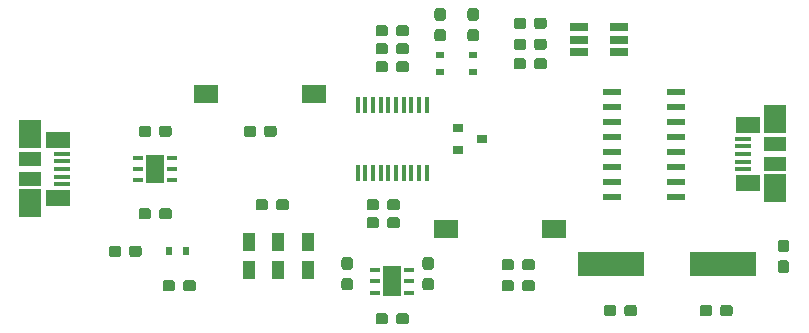
<source format=gtp>
G04 #@! TF.GenerationSoftware,KiCad,Pcbnew,(5.0.1)-3*
G04 #@! TF.CreationDate,2019-12-02T19:12:02+05:30*
G04 #@! TF.ProjectId,stm32f070-board,73746D3332663037302D626F6172642E,v1.0*
G04 #@! TF.SameCoordinates,Original*
G04 #@! TF.FileFunction,Paste,Top*
G04 #@! TF.FilePolarity,Positive*
%FSLAX46Y46*%
G04 Gerber Fmt 4.6, Leading zero omitted, Abs format (unit mm)*
G04 Created by KiCad (PCBNEW (5.0.1)-3) date 12/02/19 19:12:02*
%MOMM*%
%LPD*%
G01*
G04 APERTURE LIST*
%ADD10C,0.100000*%
%ADD11C,0.950000*%
%ADD12R,0.400000X1.350000*%
%ADD13R,1.500000X0.600000*%
%ADD14R,0.900000X0.800000*%
%ADD15R,0.600000X0.800000*%
%ADD16R,0.800000X0.600000*%
%ADD17R,1.600000X0.700000*%
%ADD18R,1.900000X2.375000*%
%ADD19R,1.900000X1.175000*%
%ADD20R,2.100000X1.475000*%
%ADD21R,1.380000X0.450000*%
%ADD22R,1.000000X1.600000*%
%ADD23R,2.110000X1.600000*%
%ADD24R,1.600000X2.500000*%
%ADD25R,0.850000X0.450000*%
%ADD26R,0.840000X0.400000*%
%ADD27R,1.625000X2.365000*%
%ADD28R,5.600000X2.100000*%
G04 APERTURE END LIST*
D10*
G04 #@! TO.C,VR1*
G36*
X108015000Y-102738500D02*
X109155000Y-102738500D01*
X109155000Y-104398500D01*
X108015000Y-104398500D01*
X108015000Y-102738500D01*
G37*
G04 #@! TD*
G04 #@! TO.C,C12*
G36*
X162033379Y-109573744D02*
X162056434Y-109577163D01*
X162079043Y-109582827D01*
X162100987Y-109590679D01*
X162122057Y-109600644D01*
X162142048Y-109612626D01*
X162160768Y-109626510D01*
X162178038Y-109642162D01*
X162193690Y-109659432D01*
X162207574Y-109678152D01*
X162219556Y-109698143D01*
X162229521Y-109719213D01*
X162237373Y-109741157D01*
X162243037Y-109763766D01*
X162246456Y-109786821D01*
X162247600Y-109810100D01*
X162247600Y-110385100D01*
X162246456Y-110408379D01*
X162243037Y-110431434D01*
X162237373Y-110454043D01*
X162229521Y-110475987D01*
X162219556Y-110497057D01*
X162207574Y-110517048D01*
X162193690Y-110535768D01*
X162178038Y-110553038D01*
X162160768Y-110568690D01*
X162142048Y-110582574D01*
X162122057Y-110594556D01*
X162100987Y-110604521D01*
X162079043Y-110612373D01*
X162056434Y-110618037D01*
X162033379Y-110621456D01*
X162010100Y-110622600D01*
X161535100Y-110622600D01*
X161511821Y-110621456D01*
X161488766Y-110618037D01*
X161466157Y-110612373D01*
X161444213Y-110604521D01*
X161423143Y-110594556D01*
X161403152Y-110582574D01*
X161384432Y-110568690D01*
X161367162Y-110553038D01*
X161351510Y-110535768D01*
X161337626Y-110517048D01*
X161325644Y-110497057D01*
X161315679Y-110475987D01*
X161307827Y-110454043D01*
X161302163Y-110431434D01*
X161298744Y-110408379D01*
X161297600Y-110385100D01*
X161297600Y-109810100D01*
X161298744Y-109786821D01*
X161302163Y-109763766D01*
X161307827Y-109741157D01*
X161315679Y-109719213D01*
X161325644Y-109698143D01*
X161337626Y-109678152D01*
X161351510Y-109659432D01*
X161367162Y-109642162D01*
X161384432Y-109626510D01*
X161403152Y-109612626D01*
X161423143Y-109600644D01*
X161444213Y-109590679D01*
X161466157Y-109582827D01*
X161488766Y-109577163D01*
X161511821Y-109573744D01*
X161535100Y-109572600D01*
X162010100Y-109572600D01*
X162033379Y-109573744D01*
X162033379Y-109573744D01*
G37*
D11*
X161772600Y-110097600D03*
D10*
G36*
X162033379Y-111323744D02*
X162056434Y-111327163D01*
X162079043Y-111332827D01*
X162100987Y-111340679D01*
X162122057Y-111350644D01*
X162142048Y-111362626D01*
X162160768Y-111376510D01*
X162178038Y-111392162D01*
X162193690Y-111409432D01*
X162207574Y-111428152D01*
X162219556Y-111448143D01*
X162229521Y-111469213D01*
X162237373Y-111491157D01*
X162243037Y-111513766D01*
X162246456Y-111536821D01*
X162247600Y-111560100D01*
X162247600Y-112135100D01*
X162246456Y-112158379D01*
X162243037Y-112181434D01*
X162237373Y-112204043D01*
X162229521Y-112225987D01*
X162219556Y-112247057D01*
X162207574Y-112267048D01*
X162193690Y-112285768D01*
X162178038Y-112303038D01*
X162160768Y-112318690D01*
X162142048Y-112332574D01*
X162122057Y-112344556D01*
X162100987Y-112354521D01*
X162079043Y-112362373D01*
X162056434Y-112368037D01*
X162033379Y-112371456D01*
X162010100Y-112372600D01*
X161535100Y-112372600D01*
X161511821Y-112371456D01*
X161488766Y-112368037D01*
X161466157Y-112362373D01*
X161444213Y-112354521D01*
X161423143Y-112344556D01*
X161403152Y-112332574D01*
X161384432Y-112318690D01*
X161367162Y-112303038D01*
X161351510Y-112285768D01*
X161337626Y-112267048D01*
X161325644Y-112247057D01*
X161315679Y-112225987D01*
X161307827Y-112204043D01*
X161302163Y-112181434D01*
X161298744Y-112158379D01*
X161297600Y-112135100D01*
X161297600Y-111560100D01*
X161298744Y-111536821D01*
X161302163Y-111513766D01*
X161307827Y-111491157D01*
X161315679Y-111469213D01*
X161325644Y-111448143D01*
X161337626Y-111428152D01*
X161351510Y-111409432D01*
X161367162Y-111392162D01*
X161384432Y-111376510D01*
X161403152Y-111362626D01*
X161423143Y-111350644D01*
X161444213Y-111340679D01*
X161466157Y-111332827D01*
X161488766Y-111327163D01*
X161511821Y-111323744D01*
X161535100Y-111322600D01*
X162010100Y-111322600D01*
X162033379Y-111323744D01*
X162033379Y-111323744D01*
G37*
D11*
X161772600Y-111847600D03*
G04 #@! TD*
D12*
G04 #@! TO.C,U2*
X131576000Y-98153500D03*
X130926000Y-98153500D03*
X130276000Y-98153500D03*
X129626000Y-98153500D03*
X128976000Y-98153500D03*
X128326000Y-98153500D03*
X127676000Y-98153500D03*
X127026000Y-98153500D03*
X126376000Y-98153500D03*
X125726000Y-98153500D03*
X131576000Y-103903500D03*
X130926000Y-103903500D03*
X130276000Y-103903500D03*
X129626000Y-103903500D03*
X128976000Y-103903500D03*
X128326000Y-103903500D03*
X127676000Y-103903500D03*
X127026000Y-103903500D03*
X126376000Y-103903500D03*
X125726000Y-103903500D03*
G04 #@! TD*
D13*
G04 #@! TO.C,U1*
X152687000Y-97091500D03*
X152687000Y-98361500D03*
X152687000Y-99631500D03*
X152687000Y-100901500D03*
X152687000Y-102171500D03*
X152687000Y-103441500D03*
X152687000Y-104711500D03*
X152687000Y-105981500D03*
X147287000Y-105981500D03*
X147287000Y-104711500D03*
X147287000Y-103441500D03*
X147287000Y-102171500D03*
X147287000Y-100901500D03*
X147287000Y-99631500D03*
X147287000Y-98361500D03*
X147287000Y-97091500D03*
G04 #@! TD*
D14*
G04 #@! TO.C,U3*
X136255000Y-101028500D03*
X134255000Y-101978500D03*
X134255000Y-100078500D03*
G04 #@! TD*
D10*
G04 #@! TO.C,C1*
G36*
X129836779Y-92934644D02*
X129859834Y-92938063D01*
X129882443Y-92943727D01*
X129904387Y-92951579D01*
X129925457Y-92961544D01*
X129945448Y-92973526D01*
X129964168Y-92987410D01*
X129981438Y-93003062D01*
X129997090Y-93020332D01*
X130010974Y-93039052D01*
X130022956Y-93059043D01*
X130032921Y-93080113D01*
X130040773Y-93102057D01*
X130046437Y-93124666D01*
X130049856Y-93147721D01*
X130051000Y-93171000D01*
X130051000Y-93646000D01*
X130049856Y-93669279D01*
X130046437Y-93692334D01*
X130040773Y-93714943D01*
X130032921Y-93736887D01*
X130022956Y-93757957D01*
X130010974Y-93777948D01*
X129997090Y-93796668D01*
X129981438Y-93813938D01*
X129964168Y-93829590D01*
X129945448Y-93843474D01*
X129925457Y-93855456D01*
X129904387Y-93865421D01*
X129882443Y-93873273D01*
X129859834Y-93878937D01*
X129836779Y-93882356D01*
X129813500Y-93883500D01*
X129238500Y-93883500D01*
X129215221Y-93882356D01*
X129192166Y-93878937D01*
X129169557Y-93873273D01*
X129147613Y-93865421D01*
X129126543Y-93855456D01*
X129106552Y-93843474D01*
X129087832Y-93829590D01*
X129070562Y-93813938D01*
X129054910Y-93796668D01*
X129041026Y-93777948D01*
X129029044Y-93757957D01*
X129019079Y-93736887D01*
X129011227Y-93714943D01*
X129005563Y-93692334D01*
X129002144Y-93669279D01*
X129001000Y-93646000D01*
X129001000Y-93171000D01*
X129002144Y-93147721D01*
X129005563Y-93124666D01*
X129011227Y-93102057D01*
X129019079Y-93080113D01*
X129029044Y-93059043D01*
X129041026Y-93039052D01*
X129054910Y-93020332D01*
X129070562Y-93003062D01*
X129087832Y-92987410D01*
X129106552Y-92973526D01*
X129126543Y-92961544D01*
X129147613Y-92951579D01*
X129169557Y-92943727D01*
X129192166Y-92938063D01*
X129215221Y-92934644D01*
X129238500Y-92933500D01*
X129813500Y-92933500D01*
X129836779Y-92934644D01*
X129836779Y-92934644D01*
G37*
D11*
X129526000Y-93408500D03*
D10*
G36*
X128086779Y-92934644D02*
X128109834Y-92938063D01*
X128132443Y-92943727D01*
X128154387Y-92951579D01*
X128175457Y-92961544D01*
X128195448Y-92973526D01*
X128214168Y-92987410D01*
X128231438Y-93003062D01*
X128247090Y-93020332D01*
X128260974Y-93039052D01*
X128272956Y-93059043D01*
X128282921Y-93080113D01*
X128290773Y-93102057D01*
X128296437Y-93124666D01*
X128299856Y-93147721D01*
X128301000Y-93171000D01*
X128301000Y-93646000D01*
X128299856Y-93669279D01*
X128296437Y-93692334D01*
X128290773Y-93714943D01*
X128282921Y-93736887D01*
X128272956Y-93757957D01*
X128260974Y-93777948D01*
X128247090Y-93796668D01*
X128231438Y-93813938D01*
X128214168Y-93829590D01*
X128195448Y-93843474D01*
X128175457Y-93855456D01*
X128154387Y-93865421D01*
X128132443Y-93873273D01*
X128109834Y-93878937D01*
X128086779Y-93882356D01*
X128063500Y-93883500D01*
X127488500Y-93883500D01*
X127465221Y-93882356D01*
X127442166Y-93878937D01*
X127419557Y-93873273D01*
X127397613Y-93865421D01*
X127376543Y-93855456D01*
X127356552Y-93843474D01*
X127337832Y-93829590D01*
X127320562Y-93813938D01*
X127304910Y-93796668D01*
X127291026Y-93777948D01*
X127279044Y-93757957D01*
X127269079Y-93736887D01*
X127261227Y-93714943D01*
X127255563Y-93692334D01*
X127252144Y-93669279D01*
X127251000Y-93646000D01*
X127251000Y-93171000D01*
X127252144Y-93147721D01*
X127255563Y-93124666D01*
X127261227Y-93102057D01*
X127269079Y-93080113D01*
X127279044Y-93059043D01*
X127291026Y-93039052D01*
X127304910Y-93020332D01*
X127320562Y-93003062D01*
X127337832Y-92987410D01*
X127356552Y-92973526D01*
X127376543Y-92961544D01*
X127397613Y-92951579D01*
X127419557Y-92943727D01*
X127442166Y-92938063D01*
X127465221Y-92934644D01*
X127488500Y-92933500D01*
X128063500Y-92933500D01*
X128086779Y-92934644D01*
X128086779Y-92934644D01*
G37*
D11*
X127776000Y-93408500D03*
G04 #@! TD*
D10*
G04 #@! TO.C,C2*
G36*
X129074779Y-106142644D02*
X129097834Y-106146063D01*
X129120443Y-106151727D01*
X129142387Y-106159579D01*
X129163457Y-106169544D01*
X129183448Y-106181526D01*
X129202168Y-106195410D01*
X129219438Y-106211062D01*
X129235090Y-106228332D01*
X129248974Y-106247052D01*
X129260956Y-106267043D01*
X129270921Y-106288113D01*
X129278773Y-106310057D01*
X129284437Y-106332666D01*
X129287856Y-106355721D01*
X129289000Y-106379000D01*
X129289000Y-106854000D01*
X129287856Y-106877279D01*
X129284437Y-106900334D01*
X129278773Y-106922943D01*
X129270921Y-106944887D01*
X129260956Y-106965957D01*
X129248974Y-106985948D01*
X129235090Y-107004668D01*
X129219438Y-107021938D01*
X129202168Y-107037590D01*
X129183448Y-107051474D01*
X129163457Y-107063456D01*
X129142387Y-107073421D01*
X129120443Y-107081273D01*
X129097834Y-107086937D01*
X129074779Y-107090356D01*
X129051500Y-107091500D01*
X128476500Y-107091500D01*
X128453221Y-107090356D01*
X128430166Y-107086937D01*
X128407557Y-107081273D01*
X128385613Y-107073421D01*
X128364543Y-107063456D01*
X128344552Y-107051474D01*
X128325832Y-107037590D01*
X128308562Y-107021938D01*
X128292910Y-107004668D01*
X128279026Y-106985948D01*
X128267044Y-106965957D01*
X128257079Y-106944887D01*
X128249227Y-106922943D01*
X128243563Y-106900334D01*
X128240144Y-106877279D01*
X128239000Y-106854000D01*
X128239000Y-106379000D01*
X128240144Y-106355721D01*
X128243563Y-106332666D01*
X128249227Y-106310057D01*
X128257079Y-106288113D01*
X128267044Y-106267043D01*
X128279026Y-106247052D01*
X128292910Y-106228332D01*
X128308562Y-106211062D01*
X128325832Y-106195410D01*
X128344552Y-106181526D01*
X128364543Y-106169544D01*
X128385613Y-106159579D01*
X128407557Y-106151727D01*
X128430166Y-106146063D01*
X128453221Y-106142644D01*
X128476500Y-106141500D01*
X129051500Y-106141500D01*
X129074779Y-106142644D01*
X129074779Y-106142644D01*
G37*
D11*
X128764000Y-106616500D03*
D10*
G36*
X127324779Y-106142644D02*
X127347834Y-106146063D01*
X127370443Y-106151727D01*
X127392387Y-106159579D01*
X127413457Y-106169544D01*
X127433448Y-106181526D01*
X127452168Y-106195410D01*
X127469438Y-106211062D01*
X127485090Y-106228332D01*
X127498974Y-106247052D01*
X127510956Y-106267043D01*
X127520921Y-106288113D01*
X127528773Y-106310057D01*
X127534437Y-106332666D01*
X127537856Y-106355721D01*
X127539000Y-106379000D01*
X127539000Y-106854000D01*
X127537856Y-106877279D01*
X127534437Y-106900334D01*
X127528773Y-106922943D01*
X127520921Y-106944887D01*
X127510956Y-106965957D01*
X127498974Y-106985948D01*
X127485090Y-107004668D01*
X127469438Y-107021938D01*
X127452168Y-107037590D01*
X127433448Y-107051474D01*
X127413457Y-107063456D01*
X127392387Y-107073421D01*
X127370443Y-107081273D01*
X127347834Y-107086937D01*
X127324779Y-107090356D01*
X127301500Y-107091500D01*
X126726500Y-107091500D01*
X126703221Y-107090356D01*
X126680166Y-107086937D01*
X126657557Y-107081273D01*
X126635613Y-107073421D01*
X126614543Y-107063456D01*
X126594552Y-107051474D01*
X126575832Y-107037590D01*
X126558562Y-107021938D01*
X126542910Y-107004668D01*
X126529026Y-106985948D01*
X126517044Y-106965957D01*
X126507079Y-106944887D01*
X126499227Y-106922943D01*
X126493563Y-106900334D01*
X126490144Y-106877279D01*
X126489000Y-106854000D01*
X126489000Y-106379000D01*
X126490144Y-106355721D01*
X126493563Y-106332666D01*
X126499227Y-106310057D01*
X126507079Y-106288113D01*
X126517044Y-106267043D01*
X126529026Y-106247052D01*
X126542910Y-106228332D01*
X126558562Y-106211062D01*
X126575832Y-106195410D01*
X126594552Y-106181526D01*
X126614543Y-106169544D01*
X126635613Y-106159579D01*
X126657557Y-106151727D01*
X126680166Y-106146063D01*
X126703221Y-106142644D01*
X126726500Y-106141500D01*
X127301500Y-106141500D01*
X127324779Y-106142644D01*
X127324779Y-106142644D01*
G37*
D11*
X127014000Y-106616500D03*
G04 #@! TD*
D10*
G04 #@! TO.C,C3*
G36*
X129836779Y-91410644D02*
X129859834Y-91414063D01*
X129882443Y-91419727D01*
X129904387Y-91427579D01*
X129925457Y-91437544D01*
X129945448Y-91449526D01*
X129964168Y-91463410D01*
X129981438Y-91479062D01*
X129997090Y-91496332D01*
X130010974Y-91515052D01*
X130022956Y-91535043D01*
X130032921Y-91556113D01*
X130040773Y-91578057D01*
X130046437Y-91600666D01*
X130049856Y-91623721D01*
X130051000Y-91647000D01*
X130051000Y-92122000D01*
X130049856Y-92145279D01*
X130046437Y-92168334D01*
X130040773Y-92190943D01*
X130032921Y-92212887D01*
X130022956Y-92233957D01*
X130010974Y-92253948D01*
X129997090Y-92272668D01*
X129981438Y-92289938D01*
X129964168Y-92305590D01*
X129945448Y-92319474D01*
X129925457Y-92331456D01*
X129904387Y-92341421D01*
X129882443Y-92349273D01*
X129859834Y-92354937D01*
X129836779Y-92358356D01*
X129813500Y-92359500D01*
X129238500Y-92359500D01*
X129215221Y-92358356D01*
X129192166Y-92354937D01*
X129169557Y-92349273D01*
X129147613Y-92341421D01*
X129126543Y-92331456D01*
X129106552Y-92319474D01*
X129087832Y-92305590D01*
X129070562Y-92289938D01*
X129054910Y-92272668D01*
X129041026Y-92253948D01*
X129029044Y-92233957D01*
X129019079Y-92212887D01*
X129011227Y-92190943D01*
X129005563Y-92168334D01*
X129002144Y-92145279D01*
X129001000Y-92122000D01*
X129001000Y-91647000D01*
X129002144Y-91623721D01*
X129005563Y-91600666D01*
X129011227Y-91578057D01*
X129019079Y-91556113D01*
X129029044Y-91535043D01*
X129041026Y-91515052D01*
X129054910Y-91496332D01*
X129070562Y-91479062D01*
X129087832Y-91463410D01*
X129106552Y-91449526D01*
X129126543Y-91437544D01*
X129147613Y-91427579D01*
X129169557Y-91419727D01*
X129192166Y-91414063D01*
X129215221Y-91410644D01*
X129238500Y-91409500D01*
X129813500Y-91409500D01*
X129836779Y-91410644D01*
X129836779Y-91410644D01*
G37*
D11*
X129526000Y-91884500D03*
D10*
G36*
X128086779Y-91410644D02*
X128109834Y-91414063D01*
X128132443Y-91419727D01*
X128154387Y-91427579D01*
X128175457Y-91437544D01*
X128195448Y-91449526D01*
X128214168Y-91463410D01*
X128231438Y-91479062D01*
X128247090Y-91496332D01*
X128260974Y-91515052D01*
X128272956Y-91535043D01*
X128282921Y-91556113D01*
X128290773Y-91578057D01*
X128296437Y-91600666D01*
X128299856Y-91623721D01*
X128301000Y-91647000D01*
X128301000Y-92122000D01*
X128299856Y-92145279D01*
X128296437Y-92168334D01*
X128290773Y-92190943D01*
X128282921Y-92212887D01*
X128272956Y-92233957D01*
X128260974Y-92253948D01*
X128247090Y-92272668D01*
X128231438Y-92289938D01*
X128214168Y-92305590D01*
X128195448Y-92319474D01*
X128175457Y-92331456D01*
X128154387Y-92341421D01*
X128132443Y-92349273D01*
X128109834Y-92354937D01*
X128086779Y-92358356D01*
X128063500Y-92359500D01*
X127488500Y-92359500D01*
X127465221Y-92358356D01*
X127442166Y-92354937D01*
X127419557Y-92349273D01*
X127397613Y-92341421D01*
X127376543Y-92331456D01*
X127356552Y-92319474D01*
X127337832Y-92305590D01*
X127320562Y-92289938D01*
X127304910Y-92272668D01*
X127291026Y-92253948D01*
X127279044Y-92233957D01*
X127269079Y-92212887D01*
X127261227Y-92190943D01*
X127255563Y-92168334D01*
X127252144Y-92145279D01*
X127251000Y-92122000D01*
X127251000Y-91647000D01*
X127252144Y-91623721D01*
X127255563Y-91600666D01*
X127261227Y-91578057D01*
X127269079Y-91556113D01*
X127279044Y-91535043D01*
X127291026Y-91515052D01*
X127304910Y-91496332D01*
X127320562Y-91479062D01*
X127337832Y-91463410D01*
X127356552Y-91449526D01*
X127376543Y-91437544D01*
X127397613Y-91427579D01*
X127419557Y-91419727D01*
X127442166Y-91414063D01*
X127465221Y-91410644D01*
X127488500Y-91409500D01*
X128063500Y-91409500D01*
X128086779Y-91410644D01*
X128086779Y-91410644D01*
G37*
D11*
X127776000Y-91884500D03*
G04 #@! TD*
D10*
G04 #@! TO.C,C4*
G36*
X129074779Y-107666644D02*
X129097834Y-107670063D01*
X129120443Y-107675727D01*
X129142387Y-107683579D01*
X129163457Y-107693544D01*
X129183448Y-107705526D01*
X129202168Y-107719410D01*
X129219438Y-107735062D01*
X129235090Y-107752332D01*
X129248974Y-107771052D01*
X129260956Y-107791043D01*
X129270921Y-107812113D01*
X129278773Y-107834057D01*
X129284437Y-107856666D01*
X129287856Y-107879721D01*
X129289000Y-107903000D01*
X129289000Y-108378000D01*
X129287856Y-108401279D01*
X129284437Y-108424334D01*
X129278773Y-108446943D01*
X129270921Y-108468887D01*
X129260956Y-108489957D01*
X129248974Y-108509948D01*
X129235090Y-108528668D01*
X129219438Y-108545938D01*
X129202168Y-108561590D01*
X129183448Y-108575474D01*
X129163457Y-108587456D01*
X129142387Y-108597421D01*
X129120443Y-108605273D01*
X129097834Y-108610937D01*
X129074779Y-108614356D01*
X129051500Y-108615500D01*
X128476500Y-108615500D01*
X128453221Y-108614356D01*
X128430166Y-108610937D01*
X128407557Y-108605273D01*
X128385613Y-108597421D01*
X128364543Y-108587456D01*
X128344552Y-108575474D01*
X128325832Y-108561590D01*
X128308562Y-108545938D01*
X128292910Y-108528668D01*
X128279026Y-108509948D01*
X128267044Y-108489957D01*
X128257079Y-108468887D01*
X128249227Y-108446943D01*
X128243563Y-108424334D01*
X128240144Y-108401279D01*
X128239000Y-108378000D01*
X128239000Y-107903000D01*
X128240144Y-107879721D01*
X128243563Y-107856666D01*
X128249227Y-107834057D01*
X128257079Y-107812113D01*
X128267044Y-107791043D01*
X128279026Y-107771052D01*
X128292910Y-107752332D01*
X128308562Y-107735062D01*
X128325832Y-107719410D01*
X128344552Y-107705526D01*
X128364543Y-107693544D01*
X128385613Y-107683579D01*
X128407557Y-107675727D01*
X128430166Y-107670063D01*
X128453221Y-107666644D01*
X128476500Y-107665500D01*
X129051500Y-107665500D01*
X129074779Y-107666644D01*
X129074779Y-107666644D01*
G37*
D11*
X128764000Y-108140500D03*
D10*
G36*
X127324779Y-107666644D02*
X127347834Y-107670063D01*
X127370443Y-107675727D01*
X127392387Y-107683579D01*
X127413457Y-107693544D01*
X127433448Y-107705526D01*
X127452168Y-107719410D01*
X127469438Y-107735062D01*
X127485090Y-107752332D01*
X127498974Y-107771052D01*
X127510956Y-107791043D01*
X127520921Y-107812113D01*
X127528773Y-107834057D01*
X127534437Y-107856666D01*
X127537856Y-107879721D01*
X127539000Y-107903000D01*
X127539000Y-108378000D01*
X127537856Y-108401279D01*
X127534437Y-108424334D01*
X127528773Y-108446943D01*
X127520921Y-108468887D01*
X127510956Y-108489957D01*
X127498974Y-108509948D01*
X127485090Y-108528668D01*
X127469438Y-108545938D01*
X127452168Y-108561590D01*
X127433448Y-108575474D01*
X127413457Y-108587456D01*
X127392387Y-108597421D01*
X127370443Y-108605273D01*
X127347834Y-108610937D01*
X127324779Y-108614356D01*
X127301500Y-108615500D01*
X126726500Y-108615500D01*
X126703221Y-108614356D01*
X126680166Y-108610937D01*
X126657557Y-108605273D01*
X126635613Y-108597421D01*
X126614543Y-108587456D01*
X126594552Y-108575474D01*
X126575832Y-108561590D01*
X126558562Y-108545938D01*
X126542910Y-108528668D01*
X126529026Y-108509948D01*
X126517044Y-108489957D01*
X126507079Y-108468887D01*
X126499227Y-108446943D01*
X126493563Y-108424334D01*
X126490144Y-108401279D01*
X126489000Y-108378000D01*
X126489000Y-107903000D01*
X126490144Y-107879721D01*
X126493563Y-107856666D01*
X126499227Y-107834057D01*
X126507079Y-107812113D01*
X126517044Y-107791043D01*
X126529026Y-107771052D01*
X126542910Y-107752332D01*
X126558562Y-107735062D01*
X126575832Y-107719410D01*
X126594552Y-107705526D01*
X126614543Y-107693544D01*
X126635613Y-107683579D01*
X126657557Y-107675727D01*
X126680166Y-107670063D01*
X126703221Y-107666644D01*
X126726500Y-107665500D01*
X127301500Y-107665500D01*
X127324779Y-107666644D01*
X127324779Y-107666644D01*
G37*
D11*
X127014000Y-108140500D03*
G04 #@! TD*
D10*
G04 #@! TO.C,C5*
G36*
X129836779Y-94458644D02*
X129859834Y-94462063D01*
X129882443Y-94467727D01*
X129904387Y-94475579D01*
X129925457Y-94485544D01*
X129945448Y-94497526D01*
X129964168Y-94511410D01*
X129981438Y-94527062D01*
X129997090Y-94544332D01*
X130010974Y-94563052D01*
X130022956Y-94583043D01*
X130032921Y-94604113D01*
X130040773Y-94626057D01*
X130046437Y-94648666D01*
X130049856Y-94671721D01*
X130051000Y-94695000D01*
X130051000Y-95170000D01*
X130049856Y-95193279D01*
X130046437Y-95216334D01*
X130040773Y-95238943D01*
X130032921Y-95260887D01*
X130022956Y-95281957D01*
X130010974Y-95301948D01*
X129997090Y-95320668D01*
X129981438Y-95337938D01*
X129964168Y-95353590D01*
X129945448Y-95367474D01*
X129925457Y-95379456D01*
X129904387Y-95389421D01*
X129882443Y-95397273D01*
X129859834Y-95402937D01*
X129836779Y-95406356D01*
X129813500Y-95407500D01*
X129238500Y-95407500D01*
X129215221Y-95406356D01*
X129192166Y-95402937D01*
X129169557Y-95397273D01*
X129147613Y-95389421D01*
X129126543Y-95379456D01*
X129106552Y-95367474D01*
X129087832Y-95353590D01*
X129070562Y-95337938D01*
X129054910Y-95320668D01*
X129041026Y-95301948D01*
X129029044Y-95281957D01*
X129019079Y-95260887D01*
X129011227Y-95238943D01*
X129005563Y-95216334D01*
X129002144Y-95193279D01*
X129001000Y-95170000D01*
X129001000Y-94695000D01*
X129002144Y-94671721D01*
X129005563Y-94648666D01*
X129011227Y-94626057D01*
X129019079Y-94604113D01*
X129029044Y-94583043D01*
X129041026Y-94563052D01*
X129054910Y-94544332D01*
X129070562Y-94527062D01*
X129087832Y-94511410D01*
X129106552Y-94497526D01*
X129126543Y-94485544D01*
X129147613Y-94475579D01*
X129169557Y-94467727D01*
X129192166Y-94462063D01*
X129215221Y-94458644D01*
X129238500Y-94457500D01*
X129813500Y-94457500D01*
X129836779Y-94458644D01*
X129836779Y-94458644D01*
G37*
D11*
X129526000Y-94932500D03*
D10*
G36*
X128086779Y-94458644D02*
X128109834Y-94462063D01*
X128132443Y-94467727D01*
X128154387Y-94475579D01*
X128175457Y-94485544D01*
X128195448Y-94497526D01*
X128214168Y-94511410D01*
X128231438Y-94527062D01*
X128247090Y-94544332D01*
X128260974Y-94563052D01*
X128272956Y-94583043D01*
X128282921Y-94604113D01*
X128290773Y-94626057D01*
X128296437Y-94648666D01*
X128299856Y-94671721D01*
X128301000Y-94695000D01*
X128301000Y-95170000D01*
X128299856Y-95193279D01*
X128296437Y-95216334D01*
X128290773Y-95238943D01*
X128282921Y-95260887D01*
X128272956Y-95281957D01*
X128260974Y-95301948D01*
X128247090Y-95320668D01*
X128231438Y-95337938D01*
X128214168Y-95353590D01*
X128195448Y-95367474D01*
X128175457Y-95379456D01*
X128154387Y-95389421D01*
X128132443Y-95397273D01*
X128109834Y-95402937D01*
X128086779Y-95406356D01*
X128063500Y-95407500D01*
X127488500Y-95407500D01*
X127465221Y-95406356D01*
X127442166Y-95402937D01*
X127419557Y-95397273D01*
X127397613Y-95389421D01*
X127376543Y-95379456D01*
X127356552Y-95367474D01*
X127337832Y-95353590D01*
X127320562Y-95337938D01*
X127304910Y-95320668D01*
X127291026Y-95301948D01*
X127279044Y-95281957D01*
X127269079Y-95260887D01*
X127261227Y-95238943D01*
X127255563Y-95216334D01*
X127252144Y-95193279D01*
X127251000Y-95170000D01*
X127251000Y-94695000D01*
X127252144Y-94671721D01*
X127255563Y-94648666D01*
X127261227Y-94626057D01*
X127269079Y-94604113D01*
X127279044Y-94583043D01*
X127291026Y-94563052D01*
X127304910Y-94544332D01*
X127320562Y-94527062D01*
X127337832Y-94511410D01*
X127356552Y-94497526D01*
X127376543Y-94485544D01*
X127397613Y-94475579D01*
X127419557Y-94467727D01*
X127442166Y-94462063D01*
X127465221Y-94458644D01*
X127488500Y-94457500D01*
X128063500Y-94457500D01*
X128086779Y-94458644D01*
X128086779Y-94458644D01*
G37*
D11*
X127776000Y-94932500D03*
G04 #@! TD*
D10*
G04 #@! TO.C,C6*
G36*
X109770779Y-99919644D02*
X109793834Y-99923063D01*
X109816443Y-99928727D01*
X109838387Y-99936579D01*
X109859457Y-99946544D01*
X109879448Y-99958526D01*
X109898168Y-99972410D01*
X109915438Y-99988062D01*
X109931090Y-100005332D01*
X109944974Y-100024052D01*
X109956956Y-100044043D01*
X109966921Y-100065113D01*
X109974773Y-100087057D01*
X109980437Y-100109666D01*
X109983856Y-100132721D01*
X109985000Y-100156000D01*
X109985000Y-100631000D01*
X109983856Y-100654279D01*
X109980437Y-100677334D01*
X109974773Y-100699943D01*
X109966921Y-100721887D01*
X109956956Y-100742957D01*
X109944974Y-100762948D01*
X109931090Y-100781668D01*
X109915438Y-100798938D01*
X109898168Y-100814590D01*
X109879448Y-100828474D01*
X109859457Y-100840456D01*
X109838387Y-100850421D01*
X109816443Y-100858273D01*
X109793834Y-100863937D01*
X109770779Y-100867356D01*
X109747500Y-100868500D01*
X109172500Y-100868500D01*
X109149221Y-100867356D01*
X109126166Y-100863937D01*
X109103557Y-100858273D01*
X109081613Y-100850421D01*
X109060543Y-100840456D01*
X109040552Y-100828474D01*
X109021832Y-100814590D01*
X109004562Y-100798938D01*
X108988910Y-100781668D01*
X108975026Y-100762948D01*
X108963044Y-100742957D01*
X108953079Y-100721887D01*
X108945227Y-100699943D01*
X108939563Y-100677334D01*
X108936144Y-100654279D01*
X108935000Y-100631000D01*
X108935000Y-100156000D01*
X108936144Y-100132721D01*
X108939563Y-100109666D01*
X108945227Y-100087057D01*
X108953079Y-100065113D01*
X108963044Y-100044043D01*
X108975026Y-100024052D01*
X108988910Y-100005332D01*
X109004562Y-99988062D01*
X109021832Y-99972410D01*
X109040552Y-99958526D01*
X109060543Y-99946544D01*
X109081613Y-99936579D01*
X109103557Y-99928727D01*
X109126166Y-99923063D01*
X109149221Y-99919644D01*
X109172500Y-99918500D01*
X109747500Y-99918500D01*
X109770779Y-99919644D01*
X109770779Y-99919644D01*
G37*
D11*
X109460000Y-100393500D03*
D10*
G36*
X108020779Y-99919644D02*
X108043834Y-99923063D01*
X108066443Y-99928727D01*
X108088387Y-99936579D01*
X108109457Y-99946544D01*
X108129448Y-99958526D01*
X108148168Y-99972410D01*
X108165438Y-99988062D01*
X108181090Y-100005332D01*
X108194974Y-100024052D01*
X108206956Y-100044043D01*
X108216921Y-100065113D01*
X108224773Y-100087057D01*
X108230437Y-100109666D01*
X108233856Y-100132721D01*
X108235000Y-100156000D01*
X108235000Y-100631000D01*
X108233856Y-100654279D01*
X108230437Y-100677334D01*
X108224773Y-100699943D01*
X108216921Y-100721887D01*
X108206956Y-100742957D01*
X108194974Y-100762948D01*
X108181090Y-100781668D01*
X108165438Y-100798938D01*
X108148168Y-100814590D01*
X108129448Y-100828474D01*
X108109457Y-100840456D01*
X108088387Y-100850421D01*
X108066443Y-100858273D01*
X108043834Y-100863937D01*
X108020779Y-100867356D01*
X107997500Y-100868500D01*
X107422500Y-100868500D01*
X107399221Y-100867356D01*
X107376166Y-100863937D01*
X107353557Y-100858273D01*
X107331613Y-100850421D01*
X107310543Y-100840456D01*
X107290552Y-100828474D01*
X107271832Y-100814590D01*
X107254562Y-100798938D01*
X107238910Y-100781668D01*
X107225026Y-100762948D01*
X107213044Y-100742957D01*
X107203079Y-100721887D01*
X107195227Y-100699943D01*
X107189563Y-100677334D01*
X107186144Y-100654279D01*
X107185000Y-100631000D01*
X107185000Y-100156000D01*
X107186144Y-100132721D01*
X107189563Y-100109666D01*
X107195227Y-100087057D01*
X107203079Y-100065113D01*
X107213044Y-100044043D01*
X107225026Y-100024052D01*
X107238910Y-100005332D01*
X107254562Y-99988062D01*
X107271832Y-99972410D01*
X107290552Y-99958526D01*
X107310543Y-99946544D01*
X107331613Y-99936579D01*
X107353557Y-99928727D01*
X107376166Y-99923063D01*
X107399221Y-99919644D01*
X107422500Y-99918500D01*
X107997500Y-99918500D01*
X108020779Y-99919644D01*
X108020779Y-99919644D01*
G37*
D11*
X107710000Y-100393500D03*
G04 #@! TD*
D10*
G04 #@! TO.C,C7*
G36*
X149154779Y-115096144D02*
X149177834Y-115099563D01*
X149200443Y-115105227D01*
X149222387Y-115113079D01*
X149243457Y-115123044D01*
X149263448Y-115135026D01*
X149282168Y-115148910D01*
X149299438Y-115164562D01*
X149315090Y-115181832D01*
X149328974Y-115200552D01*
X149340956Y-115220543D01*
X149350921Y-115241613D01*
X149358773Y-115263557D01*
X149364437Y-115286166D01*
X149367856Y-115309221D01*
X149369000Y-115332500D01*
X149369000Y-115807500D01*
X149367856Y-115830779D01*
X149364437Y-115853834D01*
X149358773Y-115876443D01*
X149350921Y-115898387D01*
X149340956Y-115919457D01*
X149328974Y-115939448D01*
X149315090Y-115958168D01*
X149299438Y-115975438D01*
X149282168Y-115991090D01*
X149263448Y-116004974D01*
X149243457Y-116016956D01*
X149222387Y-116026921D01*
X149200443Y-116034773D01*
X149177834Y-116040437D01*
X149154779Y-116043856D01*
X149131500Y-116045000D01*
X148556500Y-116045000D01*
X148533221Y-116043856D01*
X148510166Y-116040437D01*
X148487557Y-116034773D01*
X148465613Y-116026921D01*
X148444543Y-116016956D01*
X148424552Y-116004974D01*
X148405832Y-115991090D01*
X148388562Y-115975438D01*
X148372910Y-115958168D01*
X148359026Y-115939448D01*
X148347044Y-115919457D01*
X148337079Y-115898387D01*
X148329227Y-115876443D01*
X148323563Y-115853834D01*
X148320144Y-115830779D01*
X148319000Y-115807500D01*
X148319000Y-115332500D01*
X148320144Y-115309221D01*
X148323563Y-115286166D01*
X148329227Y-115263557D01*
X148337079Y-115241613D01*
X148347044Y-115220543D01*
X148359026Y-115200552D01*
X148372910Y-115181832D01*
X148388562Y-115164562D01*
X148405832Y-115148910D01*
X148424552Y-115135026D01*
X148444543Y-115123044D01*
X148465613Y-115113079D01*
X148487557Y-115105227D01*
X148510166Y-115099563D01*
X148533221Y-115096144D01*
X148556500Y-115095000D01*
X149131500Y-115095000D01*
X149154779Y-115096144D01*
X149154779Y-115096144D01*
G37*
D11*
X148844000Y-115570000D03*
D10*
G36*
X147404779Y-115096144D02*
X147427834Y-115099563D01*
X147450443Y-115105227D01*
X147472387Y-115113079D01*
X147493457Y-115123044D01*
X147513448Y-115135026D01*
X147532168Y-115148910D01*
X147549438Y-115164562D01*
X147565090Y-115181832D01*
X147578974Y-115200552D01*
X147590956Y-115220543D01*
X147600921Y-115241613D01*
X147608773Y-115263557D01*
X147614437Y-115286166D01*
X147617856Y-115309221D01*
X147619000Y-115332500D01*
X147619000Y-115807500D01*
X147617856Y-115830779D01*
X147614437Y-115853834D01*
X147608773Y-115876443D01*
X147600921Y-115898387D01*
X147590956Y-115919457D01*
X147578974Y-115939448D01*
X147565090Y-115958168D01*
X147549438Y-115975438D01*
X147532168Y-115991090D01*
X147513448Y-116004974D01*
X147493457Y-116016956D01*
X147472387Y-116026921D01*
X147450443Y-116034773D01*
X147427834Y-116040437D01*
X147404779Y-116043856D01*
X147381500Y-116045000D01*
X146806500Y-116045000D01*
X146783221Y-116043856D01*
X146760166Y-116040437D01*
X146737557Y-116034773D01*
X146715613Y-116026921D01*
X146694543Y-116016956D01*
X146674552Y-116004974D01*
X146655832Y-115991090D01*
X146638562Y-115975438D01*
X146622910Y-115958168D01*
X146609026Y-115939448D01*
X146597044Y-115919457D01*
X146587079Y-115898387D01*
X146579227Y-115876443D01*
X146573563Y-115853834D01*
X146570144Y-115830779D01*
X146569000Y-115807500D01*
X146569000Y-115332500D01*
X146570144Y-115309221D01*
X146573563Y-115286166D01*
X146579227Y-115263557D01*
X146587079Y-115241613D01*
X146597044Y-115220543D01*
X146609026Y-115200552D01*
X146622910Y-115181832D01*
X146638562Y-115164562D01*
X146655832Y-115148910D01*
X146674552Y-115135026D01*
X146694543Y-115123044D01*
X146715613Y-115113079D01*
X146737557Y-115105227D01*
X146760166Y-115099563D01*
X146783221Y-115096144D01*
X146806500Y-115095000D01*
X147381500Y-115095000D01*
X147404779Y-115096144D01*
X147404779Y-115096144D01*
G37*
D11*
X147094000Y-115570000D03*
G04 #@! TD*
D10*
G04 #@! TO.C,C8*
G36*
X116910779Y-99919644D02*
X116933834Y-99923063D01*
X116956443Y-99928727D01*
X116978387Y-99936579D01*
X116999457Y-99946544D01*
X117019448Y-99958526D01*
X117038168Y-99972410D01*
X117055438Y-99988062D01*
X117071090Y-100005332D01*
X117084974Y-100024052D01*
X117096956Y-100044043D01*
X117106921Y-100065113D01*
X117114773Y-100087057D01*
X117120437Y-100109666D01*
X117123856Y-100132721D01*
X117125000Y-100156000D01*
X117125000Y-100631000D01*
X117123856Y-100654279D01*
X117120437Y-100677334D01*
X117114773Y-100699943D01*
X117106921Y-100721887D01*
X117096956Y-100742957D01*
X117084974Y-100762948D01*
X117071090Y-100781668D01*
X117055438Y-100798938D01*
X117038168Y-100814590D01*
X117019448Y-100828474D01*
X116999457Y-100840456D01*
X116978387Y-100850421D01*
X116956443Y-100858273D01*
X116933834Y-100863937D01*
X116910779Y-100867356D01*
X116887500Y-100868500D01*
X116312500Y-100868500D01*
X116289221Y-100867356D01*
X116266166Y-100863937D01*
X116243557Y-100858273D01*
X116221613Y-100850421D01*
X116200543Y-100840456D01*
X116180552Y-100828474D01*
X116161832Y-100814590D01*
X116144562Y-100798938D01*
X116128910Y-100781668D01*
X116115026Y-100762948D01*
X116103044Y-100742957D01*
X116093079Y-100721887D01*
X116085227Y-100699943D01*
X116079563Y-100677334D01*
X116076144Y-100654279D01*
X116075000Y-100631000D01*
X116075000Y-100156000D01*
X116076144Y-100132721D01*
X116079563Y-100109666D01*
X116085227Y-100087057D01*
X116093079Y-100065113D01*
X116103044Y-100044043D01*
X116115026Y-100024052D01*
X116128910Y-100005332D01*
X116144562Y-99988062D01*
X116161832Y-99972410D01*
X116180552Y-99958526D01*
X116200543Y-99946544D01*
X116221613Y-99936579D01*
X116243557Y-99928727D01*
X116266166Y-99923063D01*
X116289221Y-99919644D01*
X116312500Y-99918500D01*
X116887500Y-99918500D01*
X116910779Y-99919644D01*
X116910779Y-99919644D01*
G37*
D11*
X116600000Y-100393500D03*
D10*
G36*
X118660779Y-99919644D02*
X118683834Y-99923063D01*
X118706443Y-99928727D01*
X118728387Y-99936579D01*
X118749457Y-99946544D01*
X118769448Y-99958526D01*
X118788168Y-99972410D01*
X118805438Y-99988062D01*
X118821090Y-100005332D01*
X118834974Y-100024052D01*
X118846956Y-100044043D01*
X118856921Y-100065113D01*
X118864773Y-100087057D01*
X118870437Y-100109666D01*
X118873856Y-100132721D01*
X118875000Y-100156000D01*
X118875000Y-100631000D01*
X118873856Y-100654279D01*
X118870437Y-100677334D01*
X118864773Y-100699943D01*
X118856921Y-100721887D01*
X118846956Y-100742957D01*
X118834974Y-100762948D01*
X118821090Y-100781668D01*
X118805438Y-100798938D01*
X118788168Y-100814590D01*
X118769448Y-100828474D01*
X118749457Y-100840456D01*
X118728387Y-100850421D01*
X118706443Y-100858273D01*
X118683834Y-100863937D01*
X118660779Y-100867356D01*
X118637500Y-100868500D01*
X118062500Y-100868500D01*
X118039221Y-100867356D01*
X118016166Y-100863937D01*
X117993557Y-100858273D01*
X117971613Y-100850421D01*
X117950543Y-100840456D01*
X117930552Y-100828474D01*
X117911832Y-100814590D01*
X117894562Y-100798938D01*
X117878910Y-100781668D01*
X117865026Y-100762948D01*
X117853044Y-100742957D01*
X117843079Y-100721887D01*
X117835227Y-100699943D01*
X117829563Y-100677334D01*
X117826144Y-100654279D01*
X117825000Y-100631000D01*
X117825000Y-100156000D01*
X117826144Y-100132721D01*
X117829563Y-100109666D01*
X117835227Y-100087057D01*
X117843079Y-100065113D01*
X117853044Y-100044043D01*
X117865026Y-100024052D01*
X117878910Y-100005332D01*
X117894562Y-99988062D01*
X117911832Y-99972410D01*
X117930552Y-99958526D01*
X117950543Y-99946544D01*
X117971613Y-99936579D01*
X117993557Y-99928727D01*
X118016166Y-99923063D01*
X118039221Y-99919644D01*
X118062500Y-99918500D01*
X118637500Y-99918500D01*
X118660779Y-99919644D01*
X118660779Y-99919644D01*
G37*
D11*
X118350000Y-100393500D03*
G04 #@! TD*
D10*
G04 #@! TO.C,C9*
G36*
X155518779Y-115096144D02*
X155541834Y-115099563D01*
X155564443Y-115105227D01*
X155586387Y-115113079D01*
X155607457Y-115123044D01*
X155627448Y-115135026D01*
X155646168Y-115148910D01*
X155663438Y-115164562D01*
X155679090Y-115181832D01*
X155692974Y-115200552D01*
X155704956Y-115220543D01*
X155714921Y-115241613D01*
X155722773Y-115263557D01*
X155728437Y-115286166D01*
X155731856Y-115309221D01*
X155733000Y-115332500D01*
X155733000Y-115807500D01*
X155731856Y-115830779D01*
X155728437Y-115853834D01*
X155722773Y-115876443D01*
X155714921Y-115898387D01*
X155704956Y-115919457D01*
X155692974Y-115939448D01*
X155679090Y-115958168D01*
X155663438Y-115975438D01*
X155646168Y-115991090D01*
X155627448Y-116004974D01*
X155607457Y-116016956D01*
X155586387Y-116026921D01*
X155564443Y-116034773D01*
X155541834Y-116040437D01*
X155518779Y-116043856D01*
X155495500Y-116045000D01*
X154920500Y-116045000D01*
X154897221Y-116043856D01*
X154874166Y-116040437D01*
X154851557Y-116034773D01*
X154829613Y-116026921D01*
X154808543Y-116016956D01*
X154788552Y-116004974D01*
X154769832Y-115991090D01*
X154752562Y-115975438D01*
X154736910Y-115958168D01*
X154723026Y-115939448D01*
X154711044Y-115919457D01*
X154701079Y-115898387D01*
X154693227Y-115876443D01*
X154687563Y-115853834D01*
X154684144Y-115830779D01*
X154683000Y-115807500D01*
X154683000Y-115332500D01*
X154684144Y-115309221D01*
X154687563Y-115286166D01*
X154693227Y-115263557D01*
X154701079Y-115241613D01*
X154711044Y-115220543D01*
X154723026Y-115200552D01*
X154736910Y-115181832D01*
X154752562Y-115164562D01*
X154769832Y-115148910D01*
X154788552Y-115135026D01*
X154808543Y-115123044D01*
X154829613Y-115113079D01*
X154851557Y-115105227D01*
X154874166Y-115099563D01*
X154897221Y-115096144D01*
X154920500Y-115095000D01*
X155495500Y-115095000D01*
X155518779Y-115096144D01*
X155518779Y-115096144D01*
G37*
D11*
X155208000Y-115570000D03*
D10*
G36*
X157268779Y-115096144D02*
X157291834Y-115099563D01*
X157314443Y-115105227D01*
X157336387Y-115113079D01*
X157357457Y-115123044D01*
X157377448Y-115135026D01*
X157396168Y-115148910D01*
X157413438Y-115164562D01*
X157429090Y-115181832D01*
X157442974Y-115200552D01*
X157454956Y-115220543D01*
X157464921Y-115241613D01*
X157472773Y-115263557D01*
X157478437Y-115286166D01*
X157481856Y-115309221D01*
X157483000Y-115332500D01*
X157483000Y-115807500D01*
X157481856Y-115830779D01*
X157478437Y-115853834D01*
X157472773Y-115876443D01*
X157464921Y-115898387D01*
X157454956Y-115919457D01*
X157442974Y-115939448D01*
X157429090Y-115958168D01*
X157413438Y-115975438D01*
X157396168Y-115991090D01*
X157377448Y-116004974D01*
X157357457Y-116016956D01*
X157336387Y-116026921D01*
X157314443Y-116034773D01*
X157291834Y-116040437D01*
X157268779Y-116043856D01*
X157245500Y-116045000D01*
X156670500Y-116045000D01*
X156647221Y-116043856D01*
X156624166Y-116040437D01*
X156601557Y-116034773D01*
X156579613Y-116026921D01*
X156558543Y-116016956D01*
X156538552Y-116004974D01*
X156519832Y-115991090D01*
X156502562Y-115975438D01*
X156486910Y-115958168D01*
X156473026Y-115939448D01*
X156461044Y-115919457D01*
X156451079Y-115898387D01*
X156443227Y-115876443D01*
X156437563Y-115853834D01*
X156434144Y-115830779D01*
X156433000Y-115807500D01*
X156433000Y-115332500D01*
X156434144Y-115309221D01*
X156437563Y-115286166D01*
X156443227Y-115263557D01*
X156451079Y-115241613D01*
X156461044Y-115220543D01*
X156473026Y-115200552D01*
X156486910Y-115181832D01*
X156502562Y-115164562D01*
X156519832Y-115148910D01*
X156538552Y-115135026D01*
X156558543Y-115123044D01*
X156579613Y-115113079D01*
X156601557Y-115105227D01*
X156624166Y-115099563D01*
X156647221Y-115096144D01*
X156670500Y-115095000D01*
X157245500Y-115095000D01*
X157268779Y-115096144D01*
X157268779Y-115096144D01*
G37*
D11*
X156958000Y-115570000D03*
G04 #@! TD*
D10*
G04 #@! TO.C,C10*
G36*
X108020779Y-106904644D02*
X108043834Y-106908063D01*
X108066443Y-106913727D01*
X108088387Y-106921579D01*
X108109457Y-106931544D01*
X108129448Y-106943526D01*
X108148168Y-106957410D01*
X108165438Y-106973062D01*
X108181090Y-106990332D01*
X108194974Y-107009052D01*
X108206956Y-107029043D01*
X108216921Y-107050113D01*
X108224773Y-107072057D01*
X108230437Y-107094666D01*
X108233856Y-107117721D01*
X108235000Y-107141000D01*
X108235000Y-107616000D01*
X108233856Y-107639279D01*
X108230437Y-107662334D01*
X108224773Y-107684943D01*
X108216921Y-107706887D01*
X108206956Y-107727957D01*
X108194974Y-107747948D01*
X108181090Y-107766668D01*
X108165438Y-107783938D01*
X108148168Y-107799590D01*
X108129448Y-107813474D01*
X108109457Y-107825456D01*
X108088387Y-107835421D01*
X108066443Y-107843273D01*
X108043834Y-107848937D01*
X108020779Y-107852356D01*
X107997500Y-107853500D01*
X107422500Y-107853500D01*
X107399221Y-107852356D01*
X107376166Y-107848937D01*
X107353557Y-107843273D01*
X107331613Y-107835421D01*
X107310543Y-107825456D01*
X107290552Y-107813474D01*
X107271832Y-107799590D01*
X107254562Y-107783938D01*
X107238910Y-107766668D01*
X107225026Y-107747948D01*
X107213044Y-107727957D01*
X107203079Y-107706887D01*
X107195227Y-107684943D01*
X107189563Y-107662334D01*
X107186144Y-107639279D01*
X107185000Y-107616000D01*
X107185000Y-107141000D01*
X107186144Y-107117721D01*
X107189563Y-107094666D01*
X107195227Y-107072057D01*
X107203079Y-107050113D01*
X107213044Y-107029043D01*
X107225026Y-107009052D01*
X107238910Y-106990332D01*
X107254562Y-106973062D01*
X107271832Y-106957410D01*
X107290552Y-106943526D01*
X107310543Y-106931544D01*
X107331613Y-106921579D01*
X107353557Y-106913727D01*
X107376166Y-106908063D01*
X107399221Y-106904644D01*
X107422500Y-106903500D01*
X107997500Y-106903500D01*
X108020779Y-106904644D01*
X108020779Y-106904644D01*
G37*
D11*
X107710000Y-107378500D03*
D10*
G36*
X109770779Y-106904644D02*
X109793834Y-106908063D01*
X109816443Y-106913727D01*
X109838387Y-106921579D01*
X109859457Y-106931544D01*
X109879448Y-106943526D01*
X109898168Y-106957410D01*
X109915438Y-106973062D01*
X109931090Y-106990332D01*
X109944974Y-107009052D01*
X109956956Y-107029043D01*
X109966921Y-107050113D01*
X109974773Y-107072057D01*
X109980437Y-107094666D01*
X109983856Y-107117721D01*
X109985000Y-107141000D01*
X109985000Y-107616000D01*
X109983856Y-107639279D01*
X109980437Y-107662334D01*
X109974773Y-107684943D01*
X109966921Y-107706887D01*
X109956956Y-107727957D01*
X109944974Y-107747948D01*
X109931090Y-107766668D01*
X109915438Y-107783938D01*
X109898168Y-107799590D01*
X109879448Y-107813474D01*
X109859457Y-107825456D01*
X109838387Y-107835421D01*
X109816443Y-107843273D01*
X109793834Y-107848937D01*
X109770779Y-107852356D01*
X109747500Y-107853500D01*
X109172500Y-107853500D01*
X109149221Y-107852356D01*
X109126166Y-107848937D01*
X109103557Y-107843273D01*
X109081613Y-107835421D01*
X109060543Y-107825456D01*
X109040552Y-107813474D01*
X109021832Y-107799590D01*
X109004562Y-107783938D01*
X108988910Y-107766668D01*
X108975026Y-107747948D01*
X108963044Y-107727957D01*
X108953079Y-107706887D01*
X108945227Y-107684943D01*
X108939563Y-107662334D01*
X108936144Y-107639279D01*
X108935000Y-107616000D01*
X108935000Y-107141000D01*
X108936144Y-107117721D01*
X108939563Y-107094666D01*
X108945227Y-107072057D01*
X108953079Y-107050113D01*
X108963044Y-107029043D01*
X108975026Y-107009052D01*
X108988910Y-106990332D01*
X109004562Y-106973062D01*
X109021832Y-106957410D01*
X109040552Y-106943526D01*
X109060543Y-106931544D01*
X109081613Y-106921579D01*
X109103557Y-106913727D01*
X109126166Y-106908063D01*
X109149221Y-106904644D01*
X109172500Y-106903500D01*
X109747500Y-106903500D01*
X109770779Y-106904644D01*
X109770779Y-106904644D01*
G37*
D11*
X109460000Y-107378500D03*
G04 #@! TD*
D10*
G04 #@! TO.C,C11*
G36*
X129836779Y-115794644D02*
X129859834Y-115798063D01*
X129882443Y-115803727D01*
X129904387Y-115811579D01*
X129925457Y-115821544D01*
X129945448Y-115833526D01*
X129964168Y-115847410D01*
X129981438Y-115863062D01*
X129997090Y-115880332D01*
X130010974Y-115899052D01*
X130022956Y-115919043D01*
X130032921Y-115940113D01*
X130040773Y-115962057D01*
X130046437Y-115984666D01*
X130049856Y-116007721D01*
X130051000Y-116031000D01*
X130051000Y-116506000D01*
X130049856Y-116529279D01*
X130046437Y-116552334D01*
X130040773Y-116574943D01*
X130032921Y-116596887D01*
X130022956Y-116617957D01*
X130010974Y-116637948D01*
X129997090Y-116656668D01*
X129981438Y-116673938D01*
X129964168Y-116689590D01*
X129945448Y-116703474D01*
X129925457Y-116715456D01*
X129904387Y-116725421D01*
X129882443Y-116733273D01*
X129859834Y-116738937D01*
X129836779Y-116742356D01*
X129813500Y-116743500D01*
X129238500Y-116743500D01*
X129215221Y-116742356D01*
X129192166Y-116738937D01*
X129169557Y-116733273D01*
X129147613Y-116725421D01*
X129126543Y-116715456D01*
X129106552Y-116703474D01*
X129087832Y-116689590D01*
X129070562Y-116673938D01*
X129054910Y-116656668D01*
X129041026Y-116637948D01*
X129029044Y-116617957D01*
X129019079Y-116596887D01*
X129011227Y-116574943D01*
X129005563Y-116552334D01*
X129002144Y-116529279D01*
X129001000Y-116506000D01*
X129001000Y-116031000D01*
X129002144Y-116007721D01*
X129005563Y-115984666D01*
X129011227Y-115962057D01*
X129019079Y-115940113D01*
X129029044Y-115919043D01*
X129041026Y-115899052D01*
X129054910Y-115880332D01*
X129070562Y-115863062D01*
X129087832Y-115847410D01*
X129106552Y-115833526D01*
X129126543Y-115821544D01*
X129147613Y-115811579D01*
X129169557Y-115803727D01*
X129192166Y-115798063D01*
X129215221Y-115794644D01*
X129238500Y-115793500D01*
X129813500Y-115793500D01*
X129836779Y-115794644D01*
X129836779Y-115794644D01*
G37*
D11*
X129526000Y-116268500D03*
D10*
G36*
X128086779Y-115794644D02*
X128109834Y-115798063D01*
X128132443Y-115803727D01*
X128154387Y-115811579D01*
X128175457Y-115821544D01*
X128195448Y-115833526D01*
X128214168Y-115847410D01*
X128231438Y-115863062D01*
X128247090Y-115880332D01*
X128260974Y-115899052D01*
X128272956Y-115919043D01*
X128282921Y-115940113D01*
X128290773Y-115962057D01*
X128296437Y-115984666D01*
X128299856Y-116007721D01*
X128301000Y-116031000D01*
X128301000Y-116506000D01*
X128299856Y-116529279D01*
X128296437Y-116552334D01*
X128290773Y-116574943D01*
X128282921Y-116596887D01*
X128272956Y-116617957D01*
X128260974Y-116637948D01*
X128247090Y-116656668D01*
X128231438Y-116673938D01*
X128214168Y-116689590D01*
X128195448Y-116703474D01*
X128175457Y-116715456D01*
X128154387Y-116725421D01*
X128132443Y-116733273D01*
X128109834Y-116738937D01*
X128086779Y-116742356D01*
X128063500Y-116743500D01*
X127488500Y-116743500D01*
X127465221Y-116742356D01*
X127442166Y-116738937D01*
X127419557Y-116733273D01*
X127397613Y-116725421D01*
X127376543Y-116715456D01*
X127356552Y-116703474D01*
X127337832Y-116689590D01*
X127320562Y-116673938D01*
X127304910Y-116656668D01*
X127291026Y-116637948D01*
X127279044Y-116617957D01*
X127269079Y-116596887D01*
X127261227Y-116574943D01*
X127255563Y-116552334D01*
X127252144Y-116529279D01*
X127251000Y-116506000D01*
X127251000Y-116031000D01*
X127252144Y-116007721D01*
X127255563Y-115984666D01*
X127261227Y-115962057D01*
X127269079Y-115940113D01*
X127279044Y-115919043D01*
X127291026Y-115899052D01*
X127304910Y-115880332D01*
X127320562Y-115863062D01*
X127337832Y-115847410D01*
X127356552Y-115833526D01*
X127376543Y-115821544D01*
X127397613Y-115811579D01*
X127419557Y-115803727D01*
X127442166Y-115798063D01*
X127465221Y-115794644D01*
X127488500Y-115793500D01*
X128063500Y-115793500D01*
X128086779Y-115794644D01*
X128086779Y-115794644D01*
G37*
D11*
X127776000Y-116268500D03*
G04 #@! TD*
D15*
G04 #@! TO.C,D1*
X111215000Y-110553500D03*
X109765000Y-110553500D03*
G04 #@! TD*
D16*
G04 #@! TO.C,D2*
X132715000Y-93953500D03*
X132715000Y-95403500D03*
G04 #@! TD*
D17*
G04 #@! TO.C,D3*
X147877000Y-91596500D03*
X147877000Y-92646500D03*
X147877000Y-93696500D03*
X144477000Y-93696500D03*
X144477000Y-92646500D03*
X144477000Y-91596500D03*
G04 #@! TD*
D16*
G04 #@! TO.C,D4*
X135509000Y-93953500D03*
X135509000Y-95403500D03*
G04 #@! TD*
D18*
G04 #@! TO.C,J1*
X98035000Y-106481000D03*
X98035000Y-100656000D03*
D19*
X98035000Y-104406000D03*
X98035000Y-102731000D03*
D20*
X100335000Y-101116000D03*
X100335000Y-106021000D03*
D21*
X100695000Y-104868500D03*
X100695000Y-104218500D03*
X100695000Y-103568500D03*
X100695000Y-102918500D03*
X100695000Y-102268500D03*
G04 #@! TD*
D18*
G04 #@! TO.C,J2*
X161045000Y-99386000D03*
X161045000Y-105211000D03*
D19*
X161045000Y-101461000D03*
X161045000Y-103136000D03*
D20*
X158745000Y-104751000D03*
X158745000Y-99846000D03*
D21*
X158385000Y-100998500D03*
X158385000Y-101648500D03*
X158385000Y-102298500D03*
X158385000Y-102948500D03*
X158385000Y-103598500D03*
G04 #@! TD*
D10*
G04 #@! TO.C,R1*
G36*
X111802779Y-113000644D02*
X111825834Y-113004063D01*
X111848443Y-113009727D01*
X111870387Y-113017579D01*
X111891457Y-113027544D01*
X111911448Y-113039526D01*
X111930168Y-113053410D01*
X111947438Y-113069062D01*
X111963090Y-113086332D01*
X111976974Y-113105052D01*
X111988956Y-113125043D01*
X111998921Y-113146113D01*
X112006773Y-113168057D01*
X112012437Y-113190666D01*
X112015856Y-113213721D01*
X112017000Y-113237000D01*
X112017000Y-113712000D01*
X112015856Y-113735279D01*
X112012437Y-113758334D01*
X112006773Y-113780943D01*
X111998921Y-113802887D01*
X111988956Y-113823957D01*
X111976974Y-113843948D01*
X111963090Y-113862668D01*
X111947438Y-113879938D01*
X111930168Y-113895590D01*
X111911448Y-113909474D01*
X111891457Y-113921456D01*
X111870387Y-113931421D01*
X111848443Y-113939273D01*
X111825834Y-113944937D01*
X111802779Y-113948356D01*
X111779500Y-113949500D01*
X111204500Y-113949500D01*
X111181221Y-113948356D01*
X111158166Y-113944937D01*
X111135557Y-113939273D01*
X111113613Y-113931421D01*
X111092543Y-113921456D01*
X111072552Y-113909474D01*
X111053832Y-113895590D01*
X111036562Y-113879938D01*
X111020910Y-113862668D01*
X111007026Y-113843948D01*
X110995044Y-113823957D01*
X110985079Y-113802887D01*
X110977227Y-113780943D01*
X110971563Y-113758334D01*
X110968144Y-113735279D01*
X110967000Y-113712000D01*
X110967000Y-113237000D01*
X110968144Y-113213721D01*
X110971563Y-113190666D01*
X110977227Y-113168057D01*
X110985079Y-113146113D01*
X110995044Y-113125043D01*
X111007026Y-113105052D01*
X111020910Y-113086332D01*
X111036562Y-113069062D01*
X111053832Y-113053410D01*
X111072552Y-113039526D01*
X111092543Y-113027544D01*
X111113613Y-113017579D01*
X111135557Y-113009727D01*
X111158166Y-113004063D01*
X111181221Y-113000644D01*
X111204500Y-112999500D01*
X111779500Y-112999500D01*
X111802779Y-113000644D01*
X111802779Y-113000644D01*
G37*
D11*
X111492000Y-113474500D03*
D10*
G36*
X110052779Y-113000644D02*
X110075834Y-113004063D01*
X110098443Y-113009727D01*
X110120387Y-113017579D01*
X110141457Y-113027544D01*
X110161448Y-113039526D01*
X110180168Y-113053410D01*
X110197438Y-113069062D01*
X110213090Y-113086332D01*
X110226974Y-113105052D01*
X110238956Y-113125043D01*
X110248921Y-113146113D01*
X110256773Y-113168057D01*
X110262437Y-113190666D01*
X110265856Y-113213721D01*
X110267000Y-113237000D01*
X110267000Y-113712000D01*
X110265856Y-113735279D01*
X110262437Y-113758334D01*
X110256773Y-113780943D01*
X110248921Y-113802887D01*
X110238956Y-113823957D01*
X110226974Y-113843948D01*
X110213090Y-113862668D01*
X110197438Y-113879938D01*
X110180168Y-113895590D01*
X110161448Y-113909474D01*
X110141457Y-113921456D01*
X110120387Y-113931421D01*
X110098443Y-113939273D01*
X110075834Y-113944937D01*
X110052779Y-113948356D01*
X110029500Y-113949500D01*
X109454500Y-113949500D01*
X109431221Y-113948356D01*
X109408166Y-113944937D01*
X109385557Y-113939273D01*
X109363613Y-113931421D01*
X109342543Y-113921456D01*
X109322552Y-113909474D01*
X109303832Y-113895590D01*
X109286562Y-113879938D01*
X109270910Y-113862668D01*
X109257026Y-113843948D01*
X109245044Y-113823957D01*
X109235079Y-113802887D01*
X109227227Y-113780943D01*
X109221563Y-113758334D01*
X109218144Y-113735279D01*
X109217000Y-113712000D01*
X109217000Y-113237000D01*
X109218144Y-113213721D01*
X109221563Y-113190666D01*
X109227227Y-113168057D01*
X109235079Y-113146113D01*
X109245044Y-113125043D01*
X109257026Y-113105052D01*
X109270910Y-113086332D01*
X109286562Y-113069062D01*
X109303832Y-113053410D01*
X109322552Y-113039526D01*
X109342543Y-113027544D01*
X109363613Y-113017579D01*
X109385557Y-113009727D01*
X109408166Y-113004063D01*
X109431221Y-113000644D01*
X109454500Y-112999500D01*
X110029500Y-112999500D01*
X110052779Y-113000644D01*
X110052779Y-113000644D01*
G37*
D11*
X109742000Y-113474500D03*
G04 #@! TD*
D10*
G04 #@! TO.C,R2*
G36*
X107230779Y-110079644D02*
X107253834Y-110083063D01*
X107276443Y-110088727D01*
X107298387Y-110096579D01*
X107319457Y-110106544D01*
X107339448Y-110118526D01*
X107358168Y-110132410D01*
X107375438Y-110148062D01*
X107391090Y-110165332D01*
X107404974Y-110184052D01*
X107416956Y-110204043D01*
X107426921Y-110225113D01*
X107434773Y-110247057D01*
X107440437Y-110269666D01*
X107443856Y-110292721D01*
X107445000Y-110316000D01*
X107445000Y-110791000D01*
X107443856Y-110814279D01*
X107440437Y-110837334D01*
X107434773Y-110859943D01*
X107426921Y-110881887D01*
X107416956Y-110902957D01*
X107404974Y-110922948D01*
X107391090Y-110941668D01*
X107375438Y-110958938D01*
X107358168Y-110974590D01*
X107339448Y-110988474D01*
X107319457Y-111000456D01*
X107298387Y-111010421D01*
X107276443Y-111018273D01*
X107253834Y-111023937D01*
X107230779Y-111027356D01*
X107207500Y-111028500D01*
X106632500Y-111028500D01*
X106609221Y-111027356D01*
X106586166Y-111023937D01*
X106563557Y-111018273D01*
X106541613Y-111010421D01*
X106520543Y-111000456D01*
X106500552Y-110988474D01*
X106481832Y-110974590D01*
X106464562Y-110958938D01*
X106448910Y-110941668D01*
X106435026Y-110922948D01*
X106423044Y-110902957D01*
X106413079Y-110881887D01*
X106405227Y-110859943D01*
X106399563Y-110837334D01*
X106396144Y-110814279D01*
X106395000Y-110791000D01*
X106395000Y-110316000D01*
X106396144Y-110292721D01*
X106399563Y-110269666D01*
X106405227Y-110247057D01*
X106413079Y-110225113D01*
X106423044Y-110204043D01*
X106435026Y-110184052D01*
X106448910Y-110165332D01*
X106464562Y-110148062D01*
X106481832Y-110132410D01*
X106500552Y-110118526D01*
X106520543Y-110106544D01*
X106541613Y-110096579D01*
X106563557Y-110088727D01*
X106586166Y-110083063D01*
X106609221Y-110079644D01*
X106632500Y-110078500D01*
X107207500Y-110078500D01*
X107230779Y-110079644D01*
X107230779Y-110079644D01*
G37*
D11*
X106920000Y-110553500D03*
D10*
G36*
X105480779Y-110079644D02*
X105503834Y-110083063D01*
X105526443Y-110088727D01*
X105548387Y-110096579D01*
X105569457Y-110106544D01*
X105589448Y-110118526D01*
X105608168Y-110132410D01*
X105625438Y-110148062D01*
X105641090Y-110165332D01*
X105654974Y-110184052D01*
X105666956Y-110204043D01*
X105676921Y-110225113D01*
X105684773Y-110247057D01*
X105690437Y-110269666D01*
X105693856Y-110292721D01*
X105695000Y-110316000D01*
X105695000Y-110791000D01*
X105693856Y-110814279D01*
X105690437Y-110837334D01*
X105684773Y-110859943D01*
X105676921Y-110881887D01*
X105666956Y-110902957D01*
X105654974Y-110922948D01*
X105641090Y-110941668D01*
X105625438Y-110958938D01*
X105608168Y-110974590D01*
X105589448Y-110988474D01*
X105569457Y-111000456D01*
X105548387Y-111010421D01*
X105526443Y-111018273D01*
X105503834Y-111023937D01*
X105480779Y-111027356D01*
X105457500Y-111028500D01*
X104882500Y-111028500D01*
X104859221Y-111027356D01*
X104836166Y-111023937D01*
X104813557Y-111018273D01*
X104791613Y-111010421D01*
X104770543Y-111000456D01*
X104750552Y-110988474D01*
X104731832Y-110974590D01*
X104714562Y-110958938D01*
X104698910Y-110941668D01*
X104685026Y-110922948D01*
X104673044Y-110902957D01*
X104663079Y-110881887D01*
X104655227Y-110859943D01*
X104649563Y-110837334D01*
X104646144Y-110814279D01*
X104645000Y-110791000D01*
X104645000Y-110316000D01*
X104646144Y-110292721D01*
X104649563Y-110269666D01*
X104655227Y-110247057D01*
X104663079Y-110225113D01*
X104673044Y-110204043D01*
X104685026Y-110184052D01*
X104698910Y-110165332D01*
X104714562Y-110148062D01*
X104731832Y-110132410D01*
X104750552Y-110118526D01*
X104770543Y-110106544D01*
X104791613Y-110096579D01*
X104813557Y-110088727D01*
X104836166Y-110083063D01*
X104859221Y-110079644D01*
X104882500Y-110078500D01*
X105457500Y-110078500D01*
X105480779Y-110079644D01*
X105480779Y-110079644D01*
G37*
D11*
X105170000Y-110553500D03*
G04 #@! TD*
D10*
G04 #@! TO.C,R3*
G36*
X117926779Y-106142644D02*
X117949834Y-106146063D01*
X117972443Y-106151727D01*
X117994387Y-106159579D01*
X118015457Y-106169544D01*
X118035448Y-106181526D01*
X118054168Y-106195410D01*
X118071438Y-106211062D01*
X118087090Y-106228332D01*
X118100974Y-106247052D01*
X118112956Y-106267043D01*
X118122921Y-106288113D01*
X118130773Y-106310057D01*
X118136437Y-106332666D01*
X118139856Y-106355721D01*
X118141000Y-106379000D01*
X118141000Y-106854000D01*
X118139856Y-106877279D01*
X118136437Y-106900334D01*
X118130773Y-106922943D01*
X118122921Y-106944887D01*
X118112956Y-106965957D01*
X118100974Y-106985948D01*
X118087090Y-107004668D01*
X118071438Y-107021938D01*
X118054168Y-107037590D01*
X118035448Y-107051474D01*
X118015457Y-107063456D01*
X117994387Y-107073421D01*
X117972443Y-107081273D01*
X117949834Y-107086937D01*
X117926779Y-107090356D01*
X117903500Y-107091500D01*
X117328500Y-107091500D01*
X117305221Y-107090356D01*
X117282166Y-107086937D01*
X117259557Y-107081273D01*
X117237613Y-107073421D01*
X117216543Y-107063456D01*
X117196552Y-107051474D01*
X117177832Y-107037590D01*
X117160562Y-107021938D01*
X117144910Y-107004668D01*
X117131026Y-106985948D01*
X117119044Y-106965957D01*
X117109079Y-106944887D01*
X117101227Y-106922943D01*
X117095563Y-106900334D01*
X117092144Y-106877279D01*
X117091000Y-106854000D01*
X117091000Y-106379000D01*
X117092144Y-106355721D01*
X117095563Y-106332666D01*
X117101227Y-106310057D01*
X117109079Y-106288113D01*
X117119044Y-106267043D01*
X117131026Y-106247052D01*
X117144910Y-106228332D01*
X117160562Y-106211062D01*
X117177832Y-106195410D01*
X117196552Y-106181526D01*
X117216543Y-106169544D01*
X117237613Y-106159579D01*
X117259557Y-106151727D01*
X117282166Y-106146063D01*
X117305221Y-106142644D01*
X117328500Y-106141500D01*
X117903500Y-106141500D01*
X117926779Y-106142644D01*
X117926779Y-106142644D01*
G37*
D11*
X117616000Y-106616500D03*
D10*
G36*
X119676779Y-106142644D02*
X119699834Y-106146063D01*
X119722443Y-106151727D01*
X119744387Y-106159579D01*
X119765457Y-106169544D01*
X119785448Y-106181526D01*
X119804168Y-106195410D01*
X119821438Y-106211062D01*
X119837090Y-106228332D01*
X119850974Y-106247052D01*
X119862956Y-106267043D01*
X119872921Y-106288113D01*
X119880773Y-106310057D01*
X119886437Y-106332666D01*
X119889856Y-106355721D01*
X119891000Y-106379000D01*
X119891000Y-106854000D01*
X119889856Y-106877279D01*
X119886437Y-106900334D01*
X119880773Y-106922943D01*
X119872921Y-106944887D01*
X119862956Y-106965957D01*
X119850974Y-106985948D01*
X119837090Y-107004668D01*
X119821438Y-107021938D01*
X119804168Y-107037590D01*
X119785448Y-107051474D01*
X119765457Y-107063456D01*
X119744387Y-107073421D01*
X119722443Y-107081273D01*
X119699834Y-107086937D01*
X119676779Y-107090356D01*
X119653500Y-107091500D01*
X119078500Y-107091500D01*
X119055221Y-107090356D01*
X119032166Y-107086937D01*
X119009557Y-107081273D01*
X118987613Y-107073421D01*
X118966543Y-107063456D01*
X118946552Y-107051474D01*
X118927832Y-107037590D01*
X118910562Y-107021938D01*
X118894910Y-107004668D01*
X118881026Y-106985948D01*
X118869044Y-106965957D01*
X118859079Y-106944887D01*
X118851227Y-106922943D01*
X118845563Y-106900334D01*
X118842144Y-106877279D01*
X118841000Y-106854000D01*
X118841000Y-106379000D01*
X118842144Y-106355721D01*
X118845563Y-106332666D01*
X118851227Y-106310057D01*
X118859079Y-106288113D01*
X118869044Y-106267043D01*
X118881026Y-106247052D01*
X118894910Y-106228332D01*
X118910562Y-106211062D01*
X118927832Y-106195410D01*
X118946552Y-106181526D01*
X118966543Y-106169544D01*
X118987613Y-106159579D01*
X119009557Y-106151727D01*
X119032166Y-106146063D01*
X119055221Y-106142644D01*
X119078500Y-106141500D01*
X119653500Y-106141500D01*
X119676779Y-106142644D01*
X119676779Y-106142644D01*
G37*
D11*
X119366000Y-106616500D03*
G04 #@! TD*
D10*
G04 #@! TO.C,R4*
G36*
X132975779Y-89977644D02*
X132998834Y-89981063D01*
X133021443Y-89986727D01*
X133043387Y-89994579D01*
X133064457Y-90004544D01*
X133084448Y-90016526D01*
X133103168Y-90030410D01*
X133120438Y-90046062D01*
X133136090Y-90063332D01*
X133149974Y-90082052D01*
X133161956Y-90102043D01*
X133171921Y-90123113D01*
X133179773Y-90145057D01*
X133185437Y-90167666D01*
X133188856Y-90190721D01*
X133190000Y-90214000D01*
X133190000Y-90789000D01*
X133188856Y-90812279D01*
X133185437Y-90835334D01*
X133179773Y-90857943D01*
X133171921Y-90879887D01*
X133161956Y-90900957D01*
X133149974Y-90920948D01*
X133136090Y-90939668D01*
X133120438Y-90956938D01*
X133103168Y-90972590D01*
X133084448Y-90986474D01*
X133064457Y-90998456D01*
X133043387Y-91008421D01*
X133021443Y-91016273D01*
X132998834Y-91021937D01*
X132975779Y-91025356D01*
X132952500Y-91026500D01*
X132477500Y-91026500D01*
X132454221Y-91025356D01*
X132431166Y-91021937D01*
X132408557Y-91016273D01*
X132386613Y-91008421D01*
X132365543Y-90998456D01*
X132345552Y-90986474D01*
X132326832Y-90972590D01*
X132309562Y-90956938D01*
X132293910Y-90939668D01*
X132280026Y-90920948D01*
X132268044Y-90900957D01*
X132258079Y-90879887D01*
X132250227Y-90857943D01*
X132244563Y-90835334D01*
X132241144Y-90812279D01*
X132240000Y-90789000D01*
X132240000Y-90214000D01*
X132241144Y-90190721D01*
X132244563Y-90167666D01*
X132250227Y-90145057D01*
X132258079Y-90123113D01*
X132268044Y-90102043D01*
X132280026Y-90082052D01*
X132293910Y-90063332D01*
X132309562Y-90046062D01*
X132326832Y-90030410D01*
X132345552Y-90016526D01*
X132365543Y-90004544D01*
X132386613Y-89994579D01*
X132408557Y-89986727D01*
X132431166Y-89981063D01*
X132454221Y-89977644D01*
X132477500Y-89976500D01*
X132952500Y-89976500D01*
X132975779Y-89977644D01*
X132975779Y-89977644D01*
G37*
D11*
X132715000Y-90501500D03*
D10*
G36*
X132975779Y-91727644D02*
X132998834Y-91731063D01*
X133021443Y-91736727D01*
X133043387Y-91744579D01*
X133064457Y-91754544D01*
X133084448Y-91766526D01*
X133103168Y-91780410D01*
X133120438Y-91796062D01*
X133136090Y-91813332D01*
X133149974Y-91832052D01*
X133161956Y-91852043D01*
X133171921Y-91873113D01*
X133179773Y-91895057D01*
X133185437Y-91917666D01*
X133188856Y-91940721D01*
X133190000Y-91964000D01*
X133190000Y-92539000D01*
X133188856Y-92562279D01*
X133185437Y-92585334D01*
X133179773Y-92607943D01*
X133171921Y-92629887D01*
X133161956Y-92650957D01*
X133149974Y-92670948D01*
X133136090Y-92689668D01*
X133120438Y-92706938D01*
X133103168Y-92722590D01*
X133084448Y-92736474D01*
X133064457Y-92748456D01*
X133043387Y-92758421D01*
X133021443Y-92766273D01*
X132998834Y-92771937D01*
X132975779Y-92775356D01*
X132952500Y-92776500D01*
X132477500Y-92776500D01*
X132454221Y-92775356D01*
X132431166Y-92771937D01*
X132408557Y-92766273D01*
X132386613Y-92758421D01*
X132365543Y-92748456D01*
X132345552Y-92736474D01*
X132326832Y-92722590D01*
X132309562Y-92706938D01*
X132293910Y-92689668D01*
X132280026Y-92670948D01*
X132268044Y-92650957D01*
X132258079Y-92629887D01*
X132250227Y-92607943D01*
X132244563Y-92585334D01*
X132241144Y-92562279D01*
X132240000Y-92539000D01*
X132240000Y-91964000D01*
X132241144Y-91940721D01*
X132244563Y-91917666D01*
X132250227Y-91895057D01*
X132258079Y-91873113D01*
X132268044Y-91852043D01*
X132280026Y-91832052D01*
X132293910Y-91813332D01*
X132309562Y-91796062D01*
X132326832Y-91780410D01*
X132345552Y-91766526D01*
X132365543Y-91754544D01*
X132386613Y-91744579D01*
X132408557Y-91736727D01*
X132431166Y-91731063D01*
X132454221Y-91727644D01*
X132477500Y-91726500D01*
X132952500Y-91726500D01*
X132975779Y-91727644D01*
X132975779Y-91727644D01*
G37*
D11*
X132715000Y-92251500D03*
G04 #@! TD*
D10*
G04 #@! TO.C,R5*
G36*
X139770779Y-94204644D02*
X139793834Y-94208063D01*
X139816443Y-94213727D01*
X139838387Y-94221579D01*
X139859457Y-94231544D01*
X139879448Y-94243526D01*
X139898168Y-94257410D01*
X139915438Y-94273062D01*
X139931090Y-94290332D01*
X139944974Y-94309052D01*
X139956956Y-94329043D01*
X139966921Y-94350113D01*
X139974773Y-94372057D01*
X139980437Y-94394666D01*
X139983856Y-94417721D01*
X139985000Y-94441000D01*
X139985000Y-94916000D01*
X139983856Y-94939279D01*
X139980437Y-94962334D01*
X139974773Y-94984943D01*
X139966921Y-95006887D01*
X139956956Y-95027957D01*
X139944974Y-95047948D01*
X139931090Y-95066668D01*
X139915438Y-95083938D01*
X139898168Y-95099590D01*
X139879448Y-95113474D01*
X139859457Y-95125456D01*
X139838387Y-95135421D01*
X139816443Y-95143273D01*
X139793834Y-95148937D01*
X139770779Y-95152356D01*
X139747500Y-95153500D01*
X139172500Y-95153500D01*
X139149221Y-95152356D01*
X139126166Y-95148937D01*
X139103557Y-95143273D01*
X139081613Y-95135421D01*
X139060543Y-95125456D01*
X139040552Y-95113474D01*
X139021832Y-95099590D01*
X139004562Y-95083938D01*
X138988910Y-95066668D01*
X138975026Y-95047948D01*
X138963044Y-95027957D01*
X138953079Y-95006887D01*
X138945227Y-94984943D01*
X138939563Y-94962334D01*
X138936144Y-94939279D01*
X138935000Y-94916000D01*
X138935000Y-94441000D01*
X138936144Y-94417721D01*
X138939563Y-94394666D01*
X138945227Y-94372057D01*
X138953079Y-94350113D01*
X138963044Y-94329043D01*
X138975026Y-94309052D01*
X138988910Y-94290332D01*
X139004562Y-94273062D01*
X139021832Y-94257410D01*
X139040552Y-94243526D01*
X139060543Y-94231544D01*
X139081613Y-94221579D01*
X139103557Y-94213727D01*
X139126166Y-94208063D01*
X139149221Y-94204644D01*
X139172500Y-94203500D01*
X139747500Y-94203500D01*
X139770779Y-94204644D01*
X139770779Y-94204644D01*
G37*
D11*
X139460000Y-94678500D03*
D10*
G36*
X141520779Y-94204644D02*
X141543834Y-94208063D01*
X141566443Y-94213727D01*
X141588387Y-94221579D01*
X141609457Y-94231544D01*
X141629448Y-94243526D01*
X141648168Y-94257410D01*
X141665438Y-94273062D01*
X141681090Y-94290332D01*
X141694974Y-94309052D01*
X141706956Y-94329043D01*
X141716921Y-94350113D01*
X141724773Y-94372057D01*
X141730437Y-94394666D01*
X141733856Y-94417721D01*
X141735000Y-94441000D01*
X141735000Y-94916000D01*
X141733856Y-94939279D01*
X141730437Y-94962334D01*
X141724773Y-94984943D01*
X141716921Y-95006887D01*
X141706956Y-95027957D01*
X141694974Y-95047948D01*
X141681090Y-95066668D01*
X141665438Y-95083938D01*
X141648168Y-95099590D01*
X141629448Y-95113474D01*
X141609457Y-95125456D01*
X141588387Y-95135421D01*
X141566443Y-95143273D01*
X141543834Y-95148937D01*
X141520779Y-95152356D01*
X141497500Y-95153500D01*
X140922500Y-95153500D01*
X140899221Y-95152356D01*
X140876166Y-95148937D01*
X140853557Y-95143273D01*
X140831613Y-95135421D01*
X140810543Y-95125456D01*
X140790552Y-95113474D01*
X140771832Y-95099590D01*
X140754562Y-95083938D01*
X140738910Y-95066668D01*
X140725026Y-95047948D01*
X140713044Y-95027957D01*
X140703079Y-95006887D01*
X140695227Y-94984943D01*
X140689563Y-94962334D01*
X140686144Y-94939279D01*
X140685000Y-94916000D01*
X140685000Y-94441000D01*
X140686144Y-94417721D01*
X140689563Y-94394666D01*
X140695227Y-94372057D01*
X140703079Y-94350113D01*
X140713044Y-94329043D01*
X140725026Y-94309052D01*
X140738910Y-94290332D01*
X140754562Y-94273062D01*
X140771832Y-94257410D01*
X140790552Y-94243526D01*
X140810543Y-94231544D01*
X140831613Y-94221579D01*
X140853557Y-94213727D01*
X140876166Y-94208063D01*
X140899221Y-94204644D01*
X140922500Y-94203500D01*
X141497500Y-94203500D01*
X141520779Y-94204644D01*
X141520779Y-94204644D01*
G37*
D11*
X141210000Y-94678500D03*
G04 #@! TD*
D10*
G04 #@! TO.C,R6*
G36*
X139770779Y-92553644D02*
X139793834Y-92557063D01*
X139816443Y-92562727D01*
X139838387Y-92570579D01*
X139859457Y-92580544D01*
X139879448Y-92592526D01*
X139898168Y-92606410D01*
X139915438Y-92622062D01*
X139931090Y-92639332D01*
X139944974Y-92658052D01*
X139956956Y-92678043D01*
X139966921Y-92699113D01*
X139974773Y-92721057D01*
X139980437Y-92743666D01*
X139983856Y-92766721D01*
X139985000Y-92790000D01*
X139985000Y-93265000D01*
X139983856Y-93288279D01*
X139980437Y-93311334D01*
X139974773Y-93333943D01*
X139966921Y-93355887D01*
X139956956Y-93376957D01*
X139944974Y-93396948D01*
X139931090Y-93415668D01*
X139915438Y-93432938D01*
X139898168Y-93448590D01*
X139879448Y-93462474D01*
X139859457Y-93474456D01*
X139838387Y-93484421D01*
X139816443Y-93492273D01*
X139793834Y-93497937D01*
X139770779Y-93501356D01*
X139747500Y-93502500D01*
X139172500Y-93502500D01*
X139149221Y-93501356D01*
X139126166Y-93497937D01*
X139103557Y-93492273D01*
X139081613Y-93484421D01*
X139060543Y-93474456D01*
X139040552Y-93462474D01*
X139021832Y-93448590D01*
X139004562Y-93432938D01*
X138988910Y-93415668D01*
X138975026Y-93396948D01*
X138963044Y-93376957D01*
X138953079Y-93355887D01*
X138945227Y-93333943D01*
X138939563Y-93311334D01*
X138936144Y-93288279D01*
X138935000Y-93265000D01*
X138935000Y-92790000D01*
X138936144Y-92766721D01*
X138939563Y-92743666D01*
X138945227Y-92721057D01*
X138953079Y-92699113D01*
X138963044Y-92678043D01*
X138975026Y-92658052D01*
X138988910Y-92639332D01*
X139004562Y-92622062D01*
X139021832Y-92606410D01*
X139040552Y-92592526D01*
X139060543Y-92580544D01*
X139081613Y-92570579D01*
X139103557Y-92562727D01*
X139126166Y-92557063D01*
X139149221Y-92553644D01*
X139172500Y-92552500D01*
X139747500Y-92552500D01*
X139770779Y-92553644D01*
X139770779Y-92553644D01*
G37*
D11*
X139460000Y-93027500D03*
D10*
G36*
X141520779Y-92553644D02*
X141543834Y-92557063D01*
X141566443Y-92562727D01*
X141588387Y-92570579D01*
X141609457Y-92580544D01*
X141629448Y-92592526D01*
X141648168Y-92606410D01*
X141665438Y-92622062D01*
X141681090Y-92639332D01*
X141694974Y-92658052D01*
X141706956Y-92678043D01*
X141716921Y-92699113D01*
X141724773Y-92721057D01*
X141730437Y-92743666D01*
X141733856Y-92766721D01*
X141735000Y-92790000D01*
X141735000Y-93265000D01*
X141733856Y-93288279D01*
X141730437Y-93311334D01*
X141724773Y-93333943D01*
X141716921Y-93355887D01*
X141706956Y-93376957D01*
X141694974Y-93396948D01*
X141681090Y-93415668D01*
X141665438Y-93432938D01*
X141648168Y-93448590D01*
X141629448Y-93462474D01*
X141609457Y-93474456D01*
X141588387Y-93484421D01*
X141566443Y-93492273D01*
X141543834Y-93497937D01*
X141520779Y-93501356D01*
X141497500Y-93502500D01*
X140922500Y-93502500D01*
X140899221Y-93501356D01*
X140876166Y-93497937D01*
X140853557Y-93492273D01*
X140831613Y-93484421D01*
X140810543Y-93474456D01*
X140790552Y-93462474D01*
X140771832Y-93448590D01*
X140754562Y-93432938D01*
X140738910Y-93415668D01*
X140725026Y-93396948D01*
X140713044Y-93376957D01*
X140703079Y-93355887D01*
X140695227Y-93333943D01*
X140689563Y-93311334D01*
X140686144Y-93288279D01*
X140685000Y-93265000D01*
X140685000Y-92790000D01*
X140686144Y-92766721D01*
X140689563Y-92743666D01*
X140695227Y-92721057D01*
X140703079Y-92699113D01*
X140713044Y-92678043D01*
X140725026Y-92658052D01*
X140738910Y-92639332D01*
X140754562Y-92622062D01*
X140771832Y-92606410D01*
X140790552Y-92592526D01*
X140810543Y-92580544D01*
X140831613Y-92570579D01*
X140853557Y-92562727D01*
X140876166Y-92557063D01*
X140899221Y-92553644D01*
X140922500Y-92552500D01*
X141497500Y-92552500D01*
X141520779Y-92553644D01*
X141520779Y-92553644D01*
G37*
D11*
X141210000Y-93027500D03*
G04 #@! TD*
D10*
G04 #@! TO.C,R7*
G36*
X139770779Y-90775644D02*
X139793834Y-90779063D01*
X139816443Y-90784727D01*
X139838387Y-90792579D01*
X139859457Y-90802544D01*
X139879448Y-90814526D01*
X139898168Y-90828410D01*
X139915438Y-90844062D01*
X139931090Y-90861332D01*
X139944974Y-90880052D01*
X139956956Y-90900043D01*
X139966921Y-90921113D01*
X139974773Y-90943057D01*
X139980437Y-90965666D01*
X139983856Y-90988721D01*
X139985000Y-91012000D01*
X139985000Y-91487000D01*
X139983856Y-91510279D01*
X139980437Y-91533334D01*
X139974773Y-91555943D01*
X139966921Y-91577887D01*
X139956956Y-91598957D01*
X139944974Y-91618948D01*
X139931090Y-91637668D01*
X139915438Y-91654938D01*
X139898168Y-91670590D01*
X139879448Y-91684474D01*
X139859457Y-91696456D01*
X139838387Y-91706421D01*
X139816443Y-91714273D01*
X139793834Y-91719937D01*
X139770779Y-91723356D01*
X139747500Y-91724500D01*
X139172500Y-91724500D01*
X139149221Y-91723356D01*
X139126166Y-91719937D01*
X139103557Y-91714273D01*
X139081613Y-91706421D01*
X139060543Y-91696456D01*
X139040552Y-91684474D01*
X139021832Y-91670590D01*
X139004562Y-91654938D01*
X138988910Y-91637668D01*
X138975026Y-91618948D01*
X138963044Y-91598957D01*
X138953079Y-91577887D01*
X138945227Y-91555943D01*
X138939563Y-91533334D01*
X138936144Y-91510279D01*
X138935000Y-91487000D01*
X138935000Y-91012000D01*
X138936144Y-90988721D01*
X138939563Y-90965666D01*
X138945227Y-90943057D01*
X138953079Y-90921113D01*
X138963044Y-90900043D01*
X138975026Y-90880052D01*
X138988910Y-90861332D01*
X139004562Y-90844062D01*
X139021832Y-90828410D01*
X139040552Y-90814526D01*
X139060543Y-90802544D01*
X139081613Y-90792579D01*
X139103557Y-90784727D01*
X139126166Y-90779063D01*
X139149221Y-90775644D01*
X139172500Y-90774500D01*
X139747500Y-90774500D01*
X139770779Y-90775644D01*
X139770779Y-90775644D01*
G37*
D11*
X139460000Y-91249500D03*
D10*
G36*
X141520779Y-90775644D02*
X141543834Y-90779063D01*
X141566443Y-90784727D01*
X141588387Y-90792579D01*
X141609457Y-90802544D01*
X141629448Y-90814526D01*
X141648168Y-90828410D01*
X141665438Y-90844062D01*
X141681090Y-90861332D01*
X141694974Y-90880052D01*
X141706956Y-90900043D01*
X141716921Y-90921113D01*
X141724773Y-90943057D01*
X141730437Y-90965666D01*
X141733856Y-90988721D01*
X141735000Y-91012000D01*
X141735000Y-91487000D01*
X141733856Y-91510279D01*
X141730437Y-91533334D01*
X141724773Y-91555943D01*
X141716921Y-91577887D01*
X141706956Y-91598957D01*
X141694974Y-91618948D01*
X141681090Y-91637668D01*
X141665438Y-91654938D01*
X141648168Y-91670590D01*
X141629448Y-91684474D01*
X141609457Y-91696456D01*
X141588387Y-91706421D01*
X141566443Y-91714273D01*
X141543834Y-91719937D01*
X141520779Y-91723356D01*
X141497500Y-91724500D01*
X140922500Y-91724500D01*
X140899221Y-91723356D01*
X140876166Y-91719937D01*
X140853557Y-91714273D01*
X140831613Y-91706421D01*
X140810543Y-91696456D01*
X140790552Y-91684474D01*
X140771832Y-91670590D01*
X140754562Y-91654938D01*
X140738910Y-91637668D01*
X140725026Y-91618948D01*
X140713044Y-91598957D01*
X140703079Y-91577887D01*
X140695227Y-91555943D01*
X140689563Y-91533334D01*
X140686144Y-91510279D01*
X140685000Y-91487000D01*
X140685000Y-91012000D01*
X140686144Y-90988721D01*
X140689563Y-90965666D01*
X140695227Y-90943057D01*
X140703079Y-90921113D01*
X140713044Y-90900043D01*
X140725026Y-90880052D01*
X140738910Y-90861332D01*
X140754562Y-90844062D01*
X140771832Y-90828410D01*
X140790552Y-90814526D01*
X140810543Y-90802544D01*
X140831613Y-90792579D01*
X140853557Y-90784727D01*
X140876166Y-90779063D01*
X140899221Y-90775644D01*
X140922500Y-90774500D01*
X141497500Y-90774500D01*
X141520779Y-90775644D01*
X141520779Y-90775644D01*
G37*
D11*
X141210000Y-91249500D03*
G04 #@! TD*
D10*
G04 #@! TO.C,R8*
G36*
X135769779Y-89977644D02*
X135792834Y-89981063D01*
X135815443Y-89986727D01*
X135837387Y-89994579D01*
X135858457Y-90004544D01*
X135878448Y-90016526D01*
X135897168Y-90030410D01*
X135914438Y-90046062D01*
X135930090Y-90063332D01*
X135943974Y-90082052D01*
X135955956Y-90102043D01*
X135965921Y-90123113D01*
X135973773Y-90145057D01*
X135979437Y-90167666D01*
X135982856Y-90190721D01*
X135984000Y-90214000D01*
X135984000Y-90789000D01*
X135982856Y-90812279D01*
X135979437Y-90835334D01*
X135973773Y-90857943D01*
X135965921Y-90879887D01*
X135955956Y-90900957D01*
X135943974Y-90920948D01*
X135930090Y-90939668D01*
X135914438Y-90956938D01*
X135897168Y-90972590D01*
X135878448Y-90986474D01*
X135858457Y-90998456D01*
X135837387Y-91008421D01*
X135815443Y-91016273D01*
X135792834Y-91021937D01*
X135769779Y-91025356D01*
X135746500Y-91026500D01*
X135271500Y-91026500D01*
X135248221Y-91025356D01*
X135225166Y-91021937D01*
X135202557Y-91016273D01*
X135180613Y-91008421D01*
X135159543Y-90998456D01*
X135139552Y-90986474D01*
X135120832Y-90972590D01*
X135103562Y-90956938D01*
X135087910Y-90939668D01*
X135074026Y-90920948D01*
X135062044Y-90900957D01*
X135052079Y-90879887D01*
X135044227Y-90857943D01*
X135038563Y-90835334D01*
X135035144Y-90812279D01*
X135034000Y-90789000D01*
X135034000Y-90214000D01*
X135035144Y-90190721D01*
X135038563Y-90167666D01*
X135044227Y-90145057D01*
X135052079Y-90123113D01*
X135062044Y-90102043D01*
X135074026Y-90082052D01*
X135087910Y-90063332D01*
X135103562Y-90046062D01*
X135120832Y-90030410D01*
X135139552Y-90016526D01*
X135159543Y-90004544D01*
X135180613Y-89994579D01*
X135202557Y-89986727D01*
X135225166Y-89981063D01*
X135248221Y-89977644D01*
X135271500Y-89976500D01*
X135746500Y-89976500D01*
X135769779Y-89977644D01*
X135769779Y-89977644D01*
G37*
D11*
X135509000Y-90501500D03*
D10*
G36*
X135769779Y-91727644D02*
X135792834Y-91731063D01*
X135815443Y-91736727D01*
X135837387Y-91744579D01*
X135858457Y-91754544D01*
X135878448Y-91766526D01*
X135897168Y-91780410D01*
X135914438Y-91796062D01*
X135930090Y-91813332D01*
X135943974Y-91832052D01*
X135955956Y-91852043D01*
X135965921Y-91873113D01*
X135973773Y-91895057D01*
X135979437Y-91917666D01*
X135982856Y-91940721D01*
X135984000Y-91964000D01*
X135984000Y-92539000D01*
X135982856Y-92562279D01*
X135979437Y-92585334D01*
X135973773Y-92607943D01*
X135965921Y-92629887D01*
X135955956Y-92650957D01*
X135943974Y-92670948D01*
X135930090Y-92689668D01*
X135914438Y-92706938D01*
X135897168Y-92722590D01*
X135878448Y-92736474D01*
X135858457Y-92748456D01*
X135837387Y-92758421D01*
X135815443Y-92766273D01*
X135792834Y-92771937D01*
X135769779Y-92775356D01*
X135746500Y-92776500D01*
X135271500Y-92776500D01*
X135248221Y-92775356D01*
X135225166Y-92771937D01*
X135202557Y-92766273D01*
X135180613Y-92758421D01*
X135159543Y-92748456D01*
X135139552Y-92736474D01*
X135120832Y-92722590D01*
X135103562Y-92706938D01*
X135087910Y-92689668D01*
X135074026Y-92670948D01*
X135062044Y-92650957D01*
X135052079Y-92629887D01*
X135044227Y-92607943D01*
X135038563Y-92585334D01*
X135035144Y-92562279D01*
X135034000Y-92539000D01*
X135034000Y-91964000D01*
X135035144Y-91940721D01*
X135038563Y-91917666D01*
X135044227Y-91895057D01*
X135052079Y-91873113D01*
X135062044Y-91852043D01*
X135074026Y-91832052D01*
X135087910Y-91813332D01*
X135103562Y-91796062D01*
X135120832Y-91780410D01*
X135139552Y-91766526D01*
X135159543Y-91754544D01*
X135180613Y-91744579D01*
X135202557Y-91736727D01*
X135225166Y-91731063D01*
X135248221Y-91727644D01*
X135271500Y-91726500D01*
X135746500Y-91726500D01*
X135769779Y-91727644D01*
X135769779Y-91727644D01*
G37*
D11*
X135509000Y-92251500D03*
G04 #@! TD*
D10*
G04 #@! TO.C,R9*
G36*
X138754779Y-111222644D02*
X138777834Y-111226063D01*
X138800443Y-111231727D01*
X138822387Y-111239579D01*
X138843457Y-111249544D01*
X138863448Y-111261526D01*
X138882168Y-111275410D01*
X138899438Y-111291062D01*
X138915090Y-111308332D01*
X138928974Y-111327052D01*
X138940956Y-111347043D01*
X138950921Y-111368113D01*
X138958773Y-111390057D01*
X138964437Y-111412666D01*
X138967856Y-111435721D01*
X138969000Y-111459000D01*
X138969000Y-111934000D01*
X138967856Y-111957279D01*
X138964437Y-111980334D01*
X138958773Y-112002943D01*
X138950921Y-112024887D01*
X138940956Y-112045957D01*
X138928974Y-112065948D01*
X138915090Y-112084668D01*
X138899438Y-112101938D01*
X138882168Y-112117590D01*
X138863448Y-112131474D01*
X138843457Y-112143456D01*
X138822387Y-112153421D01*
X138800443Y-112161273D01*
X138777834Y-112166937D01*
X138754779Y-112170356D01*
X138731500Y-112171500D01*
X138156500Y-112171500D01*
X138133221Y-112170356D01*
X138110166Y-112166937D01*
X138087557Y-112161273D01*
X138065613Y-112153421D01*
X138044543Y-112143456D01*
X138024552Y-112131474D01*
X138005832Y-112117590D01*
X137988562Y-112101938D01*
X137972910Y-112084668D01*
X137959026Y-112065948D01*
X137947044Y-112045957D01*
X137937079Y-112024887D01*
X137929227Y-112002943D01*
X137923563Y-111980334D01*
X137920144Y-111957279D01*
X137919000Y-111934000D01*
X137919000Y-111459000D01*
X137920144Y-111435721D01*
X137923563Y-111412666D01*
X137929227Y-111390057D01*
X137937079Y-111368113D01*
X137947044Y-111347043D01*
X137959026Y-111327052D01*
X137972910Y-111308332D01*
X137988562Y-111291062D01*
X138005832Y-111275410D01*
X138024552Y-111261526D01*
X138044543Y-111249544D01*
X138065613Y-111239579D01*
X138087557Y-111231727D01*
X138110166Y-111226063D01*
X138133221Y-111222644D01*
X138156500Y-111221500D01*
X138731500Y-111221500D01*
X138754779Y-111222644D01*
X138754779Y-111222644D01*
G37*
D11*
X138444000Y-111696500D03*
D10*
G36*
X140504779Y-111222644D02*
X140527834Y-111226063D01*
X140550443Y-111231727D01*
X140572387Y-111239579D01*
X140593457Y-111249544D01*
X140613448Y-111261526D01*
X140632168Y-111275410D01*
X140649438Y-111291062D01*
X140665090Y-111308332D01*
X140678974Y-111327052D01*
X140690956Y-111347043D01*
X140700921Y-111368113D01*
X140708773Y-111390057D01*
X140714437Y-111412666D01*
X140717856Y-111435721D01*
X140719000Y-111459000D01*
X140719000Y-111934000D01*
X140717856Y-111957279D01*
X140714437Y-111980334D01*
X140708773Y-112002943D01*
X140700921Y-112024887D01*
X140690956Y-112045957D01*
X140678974Y-112065948D01*
X140665090Y-112084668D01*
X140649438Y-112101938D01*
X140632168Y-112117590D01*
X140613448Y-112131474D01*
X140593457Y-112143456D01*
X140572387Y-112153421D01*
X140550443Y-112161273D01*
X140527834Y-112166937D01*
X140504779Y-112170356D01*
X140481500Y-112171500D01*
X139906500Y-112171500D01*
X139883221Y-112170356D01*
X139860166Y-112166937D01*
X139837557Y-112161273D01*
X139815613Y-112153421D01*
X139794543Y-112143456D01*
X139774552Y-112131474D01*
X139755832Y-112117590D01*
X139738562Y-112101938D01*
X139722910Y-112084668D01*
X139709026Y-112065948D01*
X139697044Y-112045957D01*
X139687079Y-112024887D01*
X139679227Y-112002943D01*
X139673563Y-111980334D01*
X139670144Y-111957279D01*
X139669000Y-111934000D01*
X139669000Y-111459000D01*
X139670144Y-111435721D01*
X139673563Y-111412666D01*
X139679227Y-111390057D01*
X139687079Y-111368113D01*
X139697044Y-111347043D01*
X139709026Y-111327052D01*
X139722910Y-111308332D01*
X139738562Y-111291062D01*
X139755832Y-111275410D01*
X139774552Y-111261526D01*
X139794543Y-111249544D01*
X139815613Y-111239579D01*
X139837557Y-111231727D01*
X139860166Y-111226063D01*
X139883221Y-111222644D01*
X139906500Y-111221500D01*
X140481500Y-111221500D01*
X140504779Y-111222644D01*
X140504779Y-111222644D01*
G37*
D11*
X140194000Y-111696500D03*
G04 #@! TD*
D10*
G04 #@! TO.C,R10*
G36*
X140504779Y-113000644D02*
X140527834Y-113004063D01*
X140550443Y-113009727D01*
X140572387Y-113017579D01*
X140593457Y-113027544D01*
X140613448Y-113039526D01*
X140632168Y-113053410D01*
X140649438Y-113069062D01*
X140665090Y-113086332D01*
X140678974Y-113105052D01*
X140690956Y-113125043D01*
X140700921Y-113146113D01*
X140708773Y-113168057D01*
X140714437Y-113190666D01*
X140717856Y-113213721D01*
X140719000Y-113237000D01*
X140719000Y-113712000D01*
X140717856Y-113735279D01*
X140714437Y-113758334D01*
X140708773Y-113780943D01*
X140700921Y-113802887D01*
X140690956Y-113823957D01*
X140678974Y-113843948D01*
X140665090Y-113862668D01*
X140649438Y-113879938D01*
X140632168Y-113895590D01*
X140613448Y-113909474D01*
X140593457Y-113921456D01*
X140572387Y-113931421D01*
X140550443Y-113939273D01*
X140527834Y-113944937D01*
X140504779Y-113948356D01*
X140481500Y-113949500D01*
X139906500Y-113949500D01*
X139883221Y-113948356D01*
X139860166Y-113944937D01*
X139837557Y-113939273D01*
X139815613Y-113931421D01*
X139794543Y-113921456D01*
X139774552Y-113909474D01*
X139755832Y-113895590D01*
X139738562Y-113879938D01*
X139722910Y-113862668D01*
X139709026Y-113843948D01*
X139697044Y-113823957D01*
X139687079Y-113802887D01*
X139679227Y-113780943D01*
X139673563Y-113758334D01*
X139670144Y-113735279D01*
X139669000Y-113712000D01*
X139669000Y-113237000D01*
X139670144Y-113213721D01*
X139673563Y-113190666D01*
X139679227Y-113168057D01*
X139687079Y-113146113D01*
X139697044Y-113125043D01*
X139709026Y-113105052D01*
X139722910Y-113086332D01*
X139738562Y-113069062D01*
X139755832Y-113053410D01*
X139774552Y-113039526D01*
X139794543Y-113027544D01*
X139815613Y-113017579D01*
X139837557Y-113009727D01*
X139860166Y-113004063D01*
X139883221Y-113000644D01*
X139906500Y-112999500D01*
X140481500Y-112999500D01*
X140504779Y-113000644D01*
X140504779Y-113000644D01*
G37*
D11*
X140194000Y-113474500D03*
D10*
G36*
X138754779Y-113000644D02*
X138777834Y-113004063D01*
X138800443Y-113009727D01*
X138822387Y-113017579D01*
X138843457Y-113027544D01*
X138863448Y-113039526D01*
X138882168Y-113053410D01*
X138899438Y-113069062D01*
X138915090Y-113086332D01*
X138928974Y-113105052D01*
X138940956Y-113125043D01*
X138950921Y-113146113D01*
X138958773Y-113168057D01*
X138964437Y-113190666D01*
X138967856Y-113213721D01*
X138969000Y-113237000D01*
X138969000Y-113712000D01*
X138967856Y-113735279D01*
X138964437Y-113758334D01*
X138958773Y-113780943D01*
X138950921Y-113802887D01*
X138940956Y-113823957D01*
X138928974Y-113843948D01*
X138915090Y-113862668D01*
X138899438Y-113879938D01*
X138882168Y-113895590D01*
X138863448Y-113909474D01*
X138843457Y-113921456D01*
X138822387Y-113931421D01*
X138800443Y-113939273D01*
X138777834Y-113944937D01*
X138754779Y-113948356D01*
X138731500Y-113949500D01*
X138156500Y-113949500D01*
X138133221Y-113948356D01*
X138110166Y-113944937D01*
X138087557Y-113939273D01*
X138065613Y-113931421D01*
X138044543Y-113921456D01*
X138024552Y-113909474D01*
X138005832Y-113895590D01*
X137988562Y-113879938D01*
X137972910Y-113862668D01*
X137959026Y-113843948D01*
X137947044Y-113823957D01*
X137937079Y-113802887D01*
X137929227Y-113780943D01*
X137923563Y-113758334D01*
X137920144Y-113735279D01*
X137919000Y-113712000D01*
X137919000Y-113237000D01*
X137920144Y-113213721D01*
X137923563Y-113190666D01*
X137929227Y-113168057D01*
X137937079Y-113146113D01*
X137947044Y-113125043D01*
X137959026Y-113105052D01*
X137972910Y-113086332D01*
X137988562Y-113069062D01*
X138005832Y-113053410D01*
X138024552Y-113039526D01*
X138044543Y-113027544D01*
X138065613Y-113017579D01*
X138087557Y-113009727D01*
X138110166Y-113004063D01*
X138133221Y-113000644D01*
X138156500Y-112999500D01*
X138731500Y-112999500D01*
X138754779Y-113000644D01*
X138754779Y-113000644D01*
G37*
D11*
X138444000Y-113474500D03*
G04 #@! TD*
D10*
G04 #@! TO.C,R11*
G36*
X125101779Y-111059644D02*
X125124834Y-111063063D01*
X125147443Y-111068727D01*
X125169387Y-111076579D01*
X125190457Y-111086544D01*
X125210448Y-111098526D01*
X125229168Y-111112410D01*
X125246438Y-111128062D01*
X125262090Y-111145332D01*
X125275974Y-111164052D01*
X125287956Y-111184043D01*
X125297921Y-111205113D01*
X125305773Y-111227057D01*
X125311437Y-111249666D01*
X125314856Y-111272721D01*
X125316000Y-111296000D01*
X125316000Y-111871000D01*
X125314856Y-111894279D01*
X125311437Y-111917334D01*
X125305773Y-111939943D01*
X125297921Y-111961887D01*
X125287956Y-111982957D01*
X125275974Y-112002948D01*
X125262090Y-112021668D01*
X125246438Y-112038938D01*
X125229168Y-112054590D01*
X125210448Y-112068474D01*
X125190457Y-112080456D01*
X125169387Y-112090421D01*
X125147443Y-112098273D01*
X125124834Y-112103937D01*
X125101779Y-112107356D01*
X125078500Y-112108500D01*
X124603500Y-112108500D01*
X124580221Y-112107356D01*
X124557166Y-112103937D01*
X124534557Y-112098273D01*
X124512613Y-112090421D01*
X124491543Y-112080456D01*
X124471552Y-112068474D01*
X124452832Y-112054590D01*
X124435562Y-112038938D01*
X124419910Y-112021668D01*
X124406026Y-112002948D01*
X124394044Y-111982957D01*
X124384079Y-111961887D01*
X124376227Y-111939943D01*
X124370563Y-111917334D01*
X124367144Y-111894279D01*
X124366000Y-111871000D01*
X124366000Y-111296000D01*
X124367144Y-111272721D01*
X124370563Y-111249666D01*
X124376227Y-111227057D01*
X124384079Y-111205113D01*
X124394044Y-111184043D01*
X124406026Y-111164052D01*
X124419910Y-111145332D01*
X124435562Y-111128062D01*
X124452832Y-111112410D01*
X124471552Y-111098526D01*
X124491543Y-111086544D01*
X124512613Y-111076579D01*
X124534557Y-111068727D01*
X124557166Y-111063063D01*
X124580221Y-111059644D01*
X124603500Y-111058500D01*
X125078500Y-111058500D01*
X125101779Y-111059644D01*
X125101779Y-111059644D01*
G37*
D11*
X124841000Y-111583500D03*
D10*
G36*
X125101779Y-112809644D02*
X125124834Y-112813063D01*
X125147443Y-112818727D01*
X125169387Y-112826579D01*
X125190457Y-112836544D01*
X125210448Y-112848526D01*
X125229168Y-112862410D01*
X125246438Y-112878062D01*
X125262090Y-112895332D01*
X125275974Y-112914052D01*
X125287956Y-112934043D01*
X125297921Y-112955113D01*
X125305773Y-112977057D01*
X125311437Y-112999666D01*
X125314856Y-113022721D01*
X125316000Y-113046000D01*
X125316000Y-113621000D01*
X125314856Y-113644279D01*
X125311437Y-113667334D01*
X125305773Y-113689943D01*
X125297921Y-113711887D01*
X125287956Y-113732957D01*
X125275974Y-113752948D01*
X125262090Y-113771668D01*
X125246438Y-113788938D01*
X125229168Y-113804590D01*
X125210448Y-113818474D01*
X125190457Y-113830456D01*
X125169387Y-113840421D01*
X125147443Y-113848273D01*
X125124834Y-113853937D01*
X125101779Y-113857356D01*
X125078500Y-113858500D01*
X124603500Y-113858500D01*
X124580221Y-113857356D01*
X124557166Y-113853937D01*
X124534557Y-113848273D01*
X124512613Y-113840421D01*
X124491543Y-113830456D01*
X124471552Y-113818474D01*
X124452832Y-113804590D01*
X124435562Y-113788938D01*
X124419910Y-113771668D01*
X124406026Y-113752948D01*
X124394044Y-113732957D01*
X124384079Y-113711887D01*
X124376227Y-113689943D01*
X124370563Y-113667334D01*
X124367144Y-113644279D01*
X124366000Y-113621000D01*
X124366000Y-113046000D01*
X124367144Y-113022721D01*
X124370563Y-112999666D01*
X124376227Y-112977057D01*
X124384079Y-112955113D01*
X124394044Y-112934043D01*
X124406026Y-112914052D01*
X124419910Y-112895332D01*
X124435562Y-112878062D01*
X124452832Y-112862410D01*
X124471552Y-112848526D01*
X124491543Y-112836544D01*
X124512613Y-112826579D01*
X124534557Y-112818727D01*
X124557166Y-112813063D01*
X124580221Y-112809644D01*
X124603500Y-112808500D01*
X125078500Y-112808500D01*
X125101779Y-112809644D01*
X125101779Y-112809644D01*
G37*
D11*
X124841000Y-113333500D03*
G04 #@! TD*
D10*
G04 #@! TO.C,R12*
G36*
X131959779Y-111059644D02*
X131982834Y-111063063D01*
X132005443Y-111068727D01*
X132027387Y-111076579D01*
X132048457Y-111086544D01*
X132068448Y-111098526D01*
X132087168Y-111112410D01*
X132104438Y-111128062D01*
X132120090Y-111145332D01*
X132133974Y-111164052D01*
X132145956Y-111184043D01*
X132155921Y-111205113D01*
X132163773Y-111227057D01*
X132169437Y-111249666D01*
X132172856Y-111272721D01*
X132174000Y-111296000D01*
X132174000Y-111871000D01*
X132172856Y-111894279D01*
X132169437Y-111917334D01*
X132163773Y-111939943D01*
X132155921Y-111961887D01*
X132145956Y-111982957D01*
X132133974Y-112002948D01*
X132120090Y-112021668D01*
X132104438Y-112038938D01*
X132087168Y-112054590D01*
X132068448Y-112068474D01*
X132048457Y-112080456D01*
X132027387Y-112090421D01*
X132005443Y-112098273D01*
X131982834Y-112103937D01*
X131959779Y-112107356D01*
X131936500Y-112108500D01*
X131461500Y-112108500D01*
X131438221Y-112107356D01*
X131415166Y-112103937D01*
X131392557Y-112098273D01*
X131370613Y-112090421D01*
X131349543Y-112080456D01*
X131329552Y-112068474D01*
X131310832Y-112054590D01*
X131293562Y-112038938D01*
X131277910Y-112021668D01*
X131264026Y-112002948D01*
X131252044Y-111982957D01*
X131242079Y-111961887D01*
X131234227Y-111939943D01*
X131228563Y-111917334D01*
X131225144Y-111894279D01*
X131224000Y-111871000D01*
X131224000Y-111296000D01*
X131225144Y-111272721D01*
X131228563Y-111249666D01*
X131234227Y-111227057D01*
X131242079Y-111205113D01*
X131252044Y-111184043D01*
X131264026Y-111164052D01*
X131277910Y-111145332D01*
X131293562Y-111128062D01*
X131310832Y-111112410D01*
X131329552Y-111098526D01*
X131349543Y-111086544D01*
X131370613Y-111076579D01*
X131392557Y-111068727D01*
X131415166Y-111063063D01*
X131438221Y-111059644D01*
X131461500Y-111058500D01*
X131936500Y-111058500D01*
X131959779Y-111059644D01*
X131959779Y-111059644D01*
G37*
D11*
X131699000Y-111583500D03*
D10*
G36*
X131959779Y-112809644D02*
X131982834Y-112813063D01*
X132005443Y-112818727D01*
X132027387Y-112826579D01*
X132048457Y-112836544D01*
X132068448Y-112848526D01*
X132087168Y-112862410D01*
X132104438Y-112878062D01*
X132120090Y-112895332D01*
X132133974Y-112914052D01*
X132145956Y-112934043D01*
X132155921Y-112955113D01*
X132163773Y-112977057D01*
X132169437Y-112999666D01*
X132172856Y-113022721D01*
X132174000Y-113046000D01*
X132174000Y-113621000D01*
X132172856Y-113644279D01*
X132169437Y-113667334D01*
X132163773Y-113689943D01*
X132155921Y-113711887D01*
X132145956Y-113732957D01*
X132133974Y-113752948D01*
X132120090Y-113771668D01*
X132104438Y-113788938D01*
X132087168Y-113804590D01*
X132068448Y-113818474D01*
X132048457Y-113830456D01*
X132027387Y-113840421D01*
X132005443Y-113848273D01*
X131982834Y-113853937D01*
X131959779Y-113857356D01*
X131936500Y-113858500D01*
X131461500Y-113858500D01*
X131438221Y-113857356D01*
X131415166Y-113853937D01*
X131392557Y-113848273D01*
X131370613Y-113840421D01*
X131349543Y-113830456D01*
X131329552Y-113818474D01*
X131310832Y-113804590D01*
X131293562Y-113788938D01*
X131277910Y-113771668D01*
X131264026Y-113752948D01*
X131252044Y-113732957D01*
X131242079Y-113711887D01*
X131234227Y-113689943D01*
X131228563Y-113667334D01*
X131225144Y-113644279D01*
X131224000Y-113621000D01*
X131224000Y-113046000D01*
X131225144Y-113022721D01*
X131228563Y-112999666D01*
X131234227Y-112977057D01*
X131242079Y-112955113D01*
X131252044Y-112934043D01*
X131264026Y-112914052D01*
X131277910Y-112895332D01*
X131293562Y-112878062D01*
X131310832Y-112862410D01*
X131329552Y-112848526D01*
X131349543Y-112836544D01*
X131370613Y-112826579D01*
X131392557Y-112818727D01*
X131415166Y-112813063D01*
X131438221Y-112809644D01*
X131461500Y-112808500D01*
X131936500Y-112808500D01*
X131959779Y-112809644D01*
X131959779Y-112809644D01*
G37*
D11*
X131699000Y-113333500D03*
G04 #@! TD*
D22*
G04 #@! TO.C,SW1*
X121499000Y-112134500D03*
X118999000Y-112134500D03*
X116499000Y-112134500D03*
X116499000Y-109734500D03*
X118999000Y-109734500D03*
X121499000Y-109734500D03*
G04 #@! TD*
D23*
G04 #@! TO.C,SW2*
X122025000Y-97218500D03*
X112925000Y-97218500D03*
G04 #@! TD*
G04 #@! TO.C,SW3*
X142345000Y-108648500D03*
X133245000Y-108648500D03*
G04 #@! TD*
D24*
G04 #@! TO.C,U4*
X128651000Y-113093500D03*
D25*
X130101000Y-112093500D03*
X130101000Y-113093500D03*
X130101000Y-114093500D03*
X127201000Y-114093500D03*
X127201000Y-113093500D03*
X127201000Y-112093500D03*
G04 #@! TD*
D26*
G04 #@! TO.C,VR1*
X107150000Y-102618500D03*
X107150000Y-103568500D03*
X107150000Y-104518500D03*
X110020000Y-104518500D03*
X110020000Y-103568500D03*
X110020000Y-102618500D03*
D27*
X108585000Y-103568500D03*
G04 #@! TD*
D28*
G04 #@! TO.C,Y1*
X156692800Y-111582200D03*
X147192800Y-111582200D03*
G04 #@! TD*
M02*

</source>
